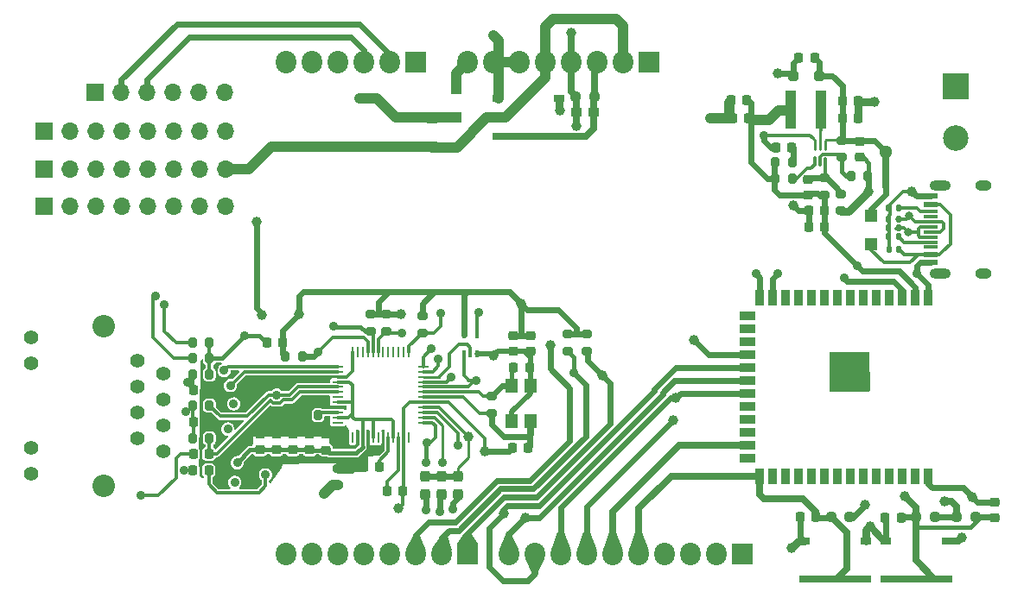
<source format=gbr>
%TF.GenerationSoftware,KiCad,Pcbnew,9.0.1*%
%TF.CreationDate,2025-04-25T09:38:52-03:00*%
%TF.ProjectId,A-NET,412d4e45-542e-46b6-9963-61645f706362,rev?*%
%TF.SameCoordinates,Original*%
%TF.FileFunction,Copper,L1,Top*%
%TF.FilePolarity,Positive*%
%FSLAX46Y46*%
G04 Gerber Fmt 4.6, Leading zero omitted, Abs format (unit mm)*
G04 Created by KiCad (PCBNEW 9.0.1) date 2025-04-25 09:38:52*
%MOMM*%
%LPD*%
G01*
G04 APERTURE LIST*
G04 Aperture macros list*
%AMRoundRect*
0 Rectangle with rounded corners*
0 $1 Rounding radius*
0 $2 $3 $4 $5 $6 $7 $8 $9 X,Y pos of 4 corners*
0 Add a 4 corners polygon primitive as box body*
4,1,4,$2,$3,$4,$5,$6,$7,$8,$9,$2,$3,0*
0 Add four circle primitives for the rounded corners*
1,1,$1+$1,$2,$3*
1,1,$1+$1,$4,$5*
1,1,$1+$1,$6,$7*
1,1,$1+$1,$8,$9*
0 Add four rect primitives between the rounded corners*
20,1,$1+$1,$2,$3,$4,$5,0*
20,1,$1+$1,$4,$5,$6,$7,0*
20,1,$1+$1,$6,$7,$8,$9,0*
20,1,$1+$1,$8,$9,$2,$3,0*%
G04 Aperture macros list end*
%TA.AperFunction,SMDPad,CuDef*%
%ADD10RoundRect,0.225000X0.225000X0.250000X-0.225000X0.250000X-0.225000X-0.250000X0.225000X-0.250000X0*%
%TD*%
%TA.AperFunction,SMDPad,CuDef*%
%ADD11RoundRect,0.218750X0.218750X0.256250X-0.218750X0.256250X-0.218750X-0.256250X0.218750X-0.256250X0*%
%TD*%
%TA.AperFunction,SMDPad,CuDef*%
%ADD12RoundRect,0.218750X-0.218750X-0.256250X0.218750X-0.256250X0.218750X0.256250X-0.218750X0.256250X0*%
%TD*%
%TA.AperFunction,SMDPad,CuDef*%
%ADD13RoundRect,0.225000X0.250000X-0.225000X0.250000X0.225000X-0.250000X0.225000X-0.250000X-0.225000X0*%
%TD*%
%TA.AperFunction,SMDPad,CuDef*%
%ADD14RoundRect,0.250000X-0.300000X0.300000X-0.300000X-0.300000X0.300000X-0.300000X0.300000X0.300000X0*%
%TD*%
%TA.AperFunction,SMDPad,CuDef*%
%ADD15RoundRect,0.200000X0.200000X0.275000X-0.200000X0.275000X-0.200000X-0.275000X0.200000X-0.275000X0*%
%TD*%
%TA.AperFunction,SMDPad,CuDef*%
%ADD16RoundRect,0.200000X-0.200000X-0.275000X0.200000X-0.275000X0.200000X0.275000X-0.200000X0.275000X0*%
%TD*%
%TA.AperFunction,SMDPad,CuDef*%
%ADD17RoundRect,0.200000X-0.275000X0.200000X-0.275000X-0.200000X0.275000X-0.200000X0.275000X0.200000X0*%
%TD*%
%TA.AperFunction,ComponentPad*%
%ADD18R,1.700000X1.700000*%
%TD*%
%TA.AperFunction,ComponentPad*%
%ADD19O,1.700000X1.700000*%
%TD*%
%TA.AperFunction,SMDPad,CuDef*%
%ADD20RoundRect,0.225000X-0.225000X-0.250000X0.225000X-0.250000X0.225000X0.250000X-0.225000X0.250000X0*%
%TD*%
%TA.AperFunction,SMDPad,CuDef*%
%ADD21R,1.100000X3.700000*%
%TD*%
%TA.AperFunction,SMDPad,CuDef*%
%ADD22RoundRect,0.237500X0.250000X0.237500X-0.250000X0.237500X-0.250000X-0.237500X0.250000X-0.237500X0*%
%TD*%
%TA.AperFunction,SMDPad,CuDef*%
%ADD23RoundRect,0.237500X0.237500X-0.287500X0.237500X0.287500X-0.237500X0.287500X-0.237500X-0.287500X0*%
%TD*%
%TA.AperFunction,SMDPad,CuDef*%
%ADD24R,1.000000X0.750000*%
%TD*%
%TA.AperFunction,SMDPad,CuDef*%
%ADD25RoundRect,0.237500X-0.250000X-0.237500X0.250000X-0.237500X0.250000X0.237500X-0.250000X0.237500X0*%
%TD*%
%TA.AperFunction,ComponentPad*%
%ADD26C,1.397000*%
%TD*%
%TA.AperFunction,ComponentPad*%
%ADD27C,2.209800*%
%TD*%
%TA.AperFunction,SMDPad,CuDef*%
%ADD28RoundRect,0.225000X-0.250000X0.225000X-0.250000X-0.225000X0.250000X-0.225000X0.250000X0.225000X0*%
%TD*%
%TA.AperFunction,SMDPad,CuDef*%
%ADD29R,1.200000X1.200000*%
%TD*%
%TA.AperFunction,SMDPad,CuDef*%
%ADD30RoundRect,0.200000X0.275000X-0.200000X0.275000X0.200000X-0.275000X0.200000X-0.275000X-0.200000X0*%
%TD*%
%TA.AperFunction,SMDPad,CuDef*%
%ADD31RoundRect,0.147500X-0.147500X-0.172500X0.147500X-0.172500X0.147500X0.172500X-0.147500X0.172500X0*%
%TD*%
%TA.AperFunction,SMDPad,CuDef*%
%ADD32R,1.200000X1.400000*%
%TD*%
%TA.AperFunction,SMDPad,CuDef*%
%ADD33RoundRect,0.100000X0.100000X-0.225000X0.100000X0.225000X-0.100000X0.225000X-0.100000X-0.225000X0*%
%TD*%
%TA.AperFunction,ComponentPad*%
%ADD34R,2.500000X2.500000*%
%TD*%
%TA.AperFunction,ComponentPad*%
%ADD35C,2.500000*%
%TD*%
%TA.AperFunction,SMDPad,CuDef*%
%ADD36RoundRect,0.237500X-0.300000X-0.237500X0.300000X-0.237500X0.300000X0.237500X-0.300000X0.237500X0*%
%TD*%
%TA.AperFunction,SMDPad,CuDef*%
%ADD37R,1.450000X0.600000*%
%TD*%
%TA.AperFunction,SMDPad,CuDef*%
%ADD38R,1.450000X0.300000*%
%TD*%
%TA.AperFunction,ComponentPad*%
%ADD39O,2.100000X1.000000*%
%TD*%
%TA.AperFunction,ComponentPad*%
%ADD40O,1.600000X1.000000*%
%TD*%
%TA.AperFunction,SMDPad,CuDef*%
%ADD41R,0.900000X1.500000*%
%TD*%
%TA.AperFunction,SMDPad,CuDef*%
%ADD42R,1.500000X0.900000*%
%TD*%
%TA.AperFunction,HeatsinkPad*%
%ADD43C,1.000000*%
%TD*%
%TA.AperFunction,HeatsinkPad*%
%ADD44C,0.600000*%
%TD*%
%TA.AperFunction,SMDPad,CuDef*%
%ADD45R,3.900000X3.900000*%
%TD*%
%TA.AperFunction,SMDPad,CuDef*%
%ADD46RoundRect,0.135000X0.135000X0.185000X-0.135000X0.185000X-0.135000X-0.185000X0.135000X-0.185000X0*%
%TD*%
%TA.AperFunction,SMDPad,CuDef*%
%ADD47RoundRect,0.250000X0.250000X0.250000X-0.250000X0.250000X-0.250000X-0.250000X0.250000X-0.250000X0*%
%TD*%
%TA.AperFunction,SMDPad,CuDef*%
%ADD48R,1.100000X0.285000*%
%TD*%
%TA.AperFunction,SMDPad,CuDef*%
%ADD49R,0.285000X1.100000*%
%TD*%
%TA.AperFunction,SMDPad,CuDef*%
%ADD50R,0.280000X1.100000*%
%TD*%
%TA.AperFunction,SMDPad,CuDef*%
%ADD51R,0.228600X0.609600*%
%TD*%
%TA.AperFunction,ComponentPad*%
%ADD52R,2.000000X2.000000*%
%TD*%
%TA.AperFunction,ComponentPad*%
%ADD53O,2.000000X2.200000*%
%TD*%
%TA.AperFunction,ViaPad*%
%ADD54C,1.000000*%
%TD*%
%TA.AperFunction,ViaPad*%
%ADD55C,3.100000*%
%TD*%
%TA.AperFunction,ViaPad*%
%ADD56C,0.900000*%
%TD*%
%TA.AperFunction,ViaPad*%
%ADD57C,0.800000*%
%TD*%
%TA.AperFunction,ViaPad*%
%ADD58C,1.300000*%
%TD*%
%TA.AperFunction,Conductor*%
%ADD59C,0.500000*%
%TD*%
%TA.AperFunction,Conductor*%
%ADD60C,0.650000*%
%TD*%
%TA.AperFunction,Conductor*%
%ADD61C,0.300000*%
%TD*%
%TA.AperFunction,Conductor*%
%ADD62C,1.000000*%
%TD*%
%TA.AperFunction,Conductor*%
%ADD63C,0.450000*%
%TD*%
%TA.AperFunction,Conductor*%
%ADD64C,0.600000*%
%TD*%
%TA.AperFunction,Conductor*%
%ADD65C,0.750000*%
%TD*%
%TA.AperFunction,Conductor*%
%ADD66C,0.250000*%
%TD*%
%TA.AperFunction,Conductor*%
%ADD67C,0.800000*%
%TD*%
%TA.AperFunction,Conductor*%
%ADD68C,1.200000*%
%TD*%
%TA.AperFunction,Conductor*%
%ADD69C,0.400000*%
%TD*%
%TA.AperFunction,Conductor*%
%ADD70C,0.700000*%
%TD*%
G04 APERTURE END LIST*
D10*
%TO.P,C10,1*%
%TO.N,VBAT*%
X175975000Y-79500000D03*
%TO.P,C10,2*%
%TO.N,GND*%
X174425000Y-79500000D03*
%TD*%
D11*
%TO.P,FB1,1,P$1*%
%TO.N,+3V3*%
X123886270Y-107475000D03*
%TO.P,FB1,2,P$2*%
%TO.N,AVDD*%
X122311270Y-107475000D03*
%TD*%
D12*
%TO.P,D4,1,K*%
%TO.N,GND*%
X172187500Y-88275000D03*
%TO.P,D4,2,A*%
%TO.N,Net-(D4-A)*%
X173762500Y-88275000D03*
%TD*%
D13*
%TO.P,C21,1,1*%
%TO.N,AVDD*%
X128098770Y-118000000D03*
%TO.P,C21,2,2*%
%TO.N,AGND*%
X128098770Y-116450000D03*
%TD*%
D14*
%TO.P,D1,1,K*%
%TO.N,+3V3*%
X138525000Y-85400000D03*
%TO.P,D1,2,A*%
%TO.N,+5V*%
X138525000Y-88200000D03*
%TD*%
D15*
%TO.P,R4,1*%
%TO.N,Net-(U1-PG)*%
X173805000Y-91380000D03*
%TO.P,R4,2*%
%TO.N,+3V3*%
X172155000Y-91380000D03*
%TD*%
D16*
%TO.P,R27,1,1*%
%TO.N,/Ethernet/TX+*%
X115050744Y-109007000D03*
%TO.P,R27,2,2*%
%TO.N,AVDD*%
X116700744Y-109007000D03*
%TD*%
D17*
%TO.P,R22,1,1*%
%TO.N,+3V3*%
X132498770Y-104675000D03*
%TO.P,R22,2,2*%
%TO.N,Net-(SJ2-A)*%
X132498770Y-106325000D03*
%TD*%
D10*
%TO.P,C18,1,1*%
%TO.N,Net-(U$1-TOCAP)*%
X133348770Y-119650000D03*
%TO.P,C18,2,2*%
%TO.N,AGND*%
X131798770Y-119650000D03*
%TD*%
D18*
%TO.P,J10,1,Pin_1*%
%TO.N,+3V3*%
X100500000Y-86675000D03*
D19*
%TO.P,J10,2,Pin_2*%
X103040000Y-86675000D03*
%TO.P,J10,3,Pin_3*%
X105580000Y-86675000D03*
%TO.P,J10,4,Pin_4*%
X108120000Y-86675000D03*
%TO.P,J10,5,Pin_5*%
X110660000Y-86675000D03*
%TO.P,J10,6,Pin_6*%
X113200000Y-86675000D03*
%TO.P,J10,7,Pin_7*%
X115740000Y-86675000D03*
%TO.P,J10,8,Pin_8*%
X118280000Y-86675000D03*
%TD*%
D20*
%TO.P,C1,1*%
%TO.N,VBAT*%
X178700000Y-83725000D03*
%TO.P,C1,2*%
%TO.N,GND*%
X180250000Y-83725000D03*
%TD*%
D21*
%TO.P,L1,1,1*%
%TO.N,Net-(U1-SW)*%
X176625000Y-84625000D03*
%TO.P,L1,2,2*%
%TO.N,+3V3*%
X173625000Y-84625000D03*
%TD*%
D17*
%TO.P,R15,1,1*%
%TO.N,Net-(U$1-XO)*%
X144320000Y-112725000D03*
%TO.P,R15,2,2*%
%TO.N,Net-(U$1-XI{slash}CLKIN)*%
X144320000Y-114375000D03*
%TD*%
D20*
%TO.P,C13,1,1*%
%TO.N,Net-(U$1-XO)*%
X146505000Y-109890000D03*
%TO.P,C13,2,2*%
%TO.N,GND*%
X148055000Y-109890000D03*
%TD*%
D22*
%TO.P,R30,1*%
%TO.N,/Archi/RUN*%
X154387500Y-83275000D03*
%TO.P,R30,2*%
%TO.N,+3V3*%
X152562500Y-83275000D03*
%TD*%
D20*
%TO.P,C24,1,1*%
%TO.N,Net-(J3-TCT)*%
X115100744Y-112107000D03*
%TO.P,C24,2,2*%
%TO.N,AGND*%
X116650744Y-112107000D03*
%TD*%
D23*
%TO.P,D10,1,K*%
%TO.N,Net-(D10-K)*%
X137850000Y-122325000D03*
%TO.P,D10,2,A*%
%TO.N,+3V3*%
X137850000Y-120575000D03*
%TD*%
D20*
%TO.P,C2,1*%
%TO.N,VBAT*%
X178725000Y-85425000D03*
%TO.P,C2,2*%
%TO.N,GND*%
X180275000Y-85425000D03*
%TD*%
D18*
%TO.P,J9,1,Pin_1*%
%TO.N,+5V*%
X100500000Y-90400000D03*
D19*
%TO.P,J9,2,Pin_2*%
X103040000Y-90400000D03*
%TO.P,J9,3,Pin_3*%
X105580000Y-90400000D03*
%TO.P,J9,4,Pin_4*%
X108120000Y-90400000D03*
%TO.P,J9,5,Pin_5*%
X110660000Y-90400000D03*
%TO.P,J9,6,Pin_6*%
X113200000Y-90400000D03*
%TO.P,J9,7,Pin_7*%
X115740000Y-90400000D03*
%TO.P,J9,8,Pin_8*%
X118280000Y-90400000D03*
%TD*%
D24*
%TO.P,U5,1*%
%TO.N,/Archi/RUN*%
X150975000Y-87225000D03*
X144975000Y-87225000D03*
%TO.P,U5,2*%
%TO.N,GND*%
X150975000Y-83475000D03*
X144975000Y-83475000D03*
%TD*%
D25*
%TO.P,R10,1*%
%TO.N,/MCU-WiFi/CHIP_PU*%
X185961270Y-124575000D03*
%TO.P,R10,2*%
%TO.N,+3V3*%
X187786270Y-124575000D03*
%TD*%
D20*
%TO.P,C27,1,1*%
%TO.N,Net-(J3-RD-)*%
X115075744Y-119982000D03*
%TO.P,C27,2,2*%
%TO.N,/Ethernet/RX-*%
X116625744Y-119982000D03*
%TD*%
D15*
%TO.P,R24,1,1*%
%TO.N,Net-(U$1-EXRES1)*%
X127348770Y-114575000D03*
%TO.P,R24,2,2*%
%TO.N,AGND*%
X125698770Y-114575000D03*
%TD*%
D26*
%TO.P,J3,1,TD+*%
%TO.N,/Ethernet/TX+*%
X109675000Y-109205000D03*
%TO.P,J3,2,TD-*%
%TO.N,/Ethernet/TX-*%
X112215000Y-110475000D03*
%TO.P,J3,3,RD+*%
%TO.N,Net-(J3-RD+)*%
X109675000Y-111745000D03*
%TO.P,J3,4,TCT*%
%TO.N,Net-(J3-TCT)*%
X112215000Y-113015000D03*
%TO.P,J3,5,RCT*%
%TO.N,Net-(J3-RCT)*%
X109675000Y-114285000D03*
%TO.P,J3,6,RD-*%
%TO.N,Net-(J3-RD-)*%
X112215000Y-115555000D03*
%TO.P,J3,7,NC*%
%TO.N,unconnected-(J3-NC-Pad7)*%
X109675000Y-116825000D03*
%TO.P,J3,8*%
%TO.N,GND*%
X112215000Y-118095000D03*
%TO.P,J3,9*%
%TO.N,+3V3*%
X99265000Y-106974999D03*
%TO.P,J3,10*%
%TO.N,/Ethernet/YELLOWLED*%
X99265064Y-109514999D03*
%TO.P,J3,11*%
%TO.N,/Ethernet/GREENLED*%
X99265064Y-117785001D03*
%TO.P,J3,12*%
%TO.N,+3V3*%
X99265000Y-120325001D03*
D27*
%TO.P,J3,13*%
%TO.N,N/C*%
X106374999Y-105800000D03*
%TO.P,J3,14*%
X106374999Y-121500000D03*
%TD*%
D13*
%TO.P,C22,1,1*%
%TO.N,AVDD*%
X121648770Y-117975000D03*
%TO.P,C22,2,2*%
%TO.N,AGND*%
X121648770Y-116425000D03*
%TD*%
D28*
%TO.P,C14,1,1*%
%TO.N,+3V3*%
X146449570Y-106743200D03*
%TO.P,C14,2,2*%
%TO.N,GND*%
X146449570Y-108293200D03*
%TD*%
D17*
%TO.P,R20,1*%
%TO.N,+3V3*%
X137559570Y-104839000D03*
%TO.P,R20,2*%
%TO.N,/Ethernet/RESET*%
X137559570Y-106489000D03*
%TD*%
D28*
%TO.P,C16,1,1*%
%TO.N,+3V3*%
X148151370Y-106768600D03*
%TO.P,C16,2,2*%
%TO.N,GND*%
X148151370Y-108318600D03*
%TD*%
D29*
%TO.P,D8,1,K*%
%TO.N,VBAT*%
X181526970Y-95018400D03*
%TO.P,D8,2,A*%
%TO.N,Net-(D5-A2)*%
X181526970Y-97818400D03*
%TD*%
D25*
%TO.P,R11,1*%
%TO.N,/MCU-WiFi/GPIO0*%
X177605472Y-124550000D03*
%TO.P,R11,2*%
%TO.N,+3V3*%
X179430472Y-124550000D03*
%TD*%
D20*
%TO.P,C26,1,1*%
%TO.N,Net-(J3-RCT)*%
X115100744Y-115232000D03*
%TO.P,C26,2,2*%
%TO.N,AGND*%
X116650744Y-115232000D03*
%TD*%
D22*
%TO.P,R7,1*%
%TO.N,/MCU-WiFi/CHIP_PU*%
X191753770Y-124550000D03*
%TO.P,R7,2*%
%TO.N,+3V3*%
X189928770Y-124550000D03*
%TD*%
D10*
%TO.P,C15,1,1*%
%TO.N,Net-(U$1-XI{slash}CLKIN)*%
X147891800Y-117779800D03*
%TO.P,C15,2,2*%
%TO.N,GND*%
X146341800Y-117779800D03*
%TD*%
D17*
%TO.P,R5,1*%
%TO.N,Net-(U1-FB)*%
X176961120Y-91317500D03*
%TO.P,R5,2*%
%TO.N,+3V3*%
X176961120Y-92967500D03*
%TD*%
D10*
%TO.P,C9,1*%
%TO.N,+3V3*%
X176973770Y-94525000D03*
%TO.P,C9,2*%
%TO.N,GND*%
X175423770Y-94525000D03*
%TD*%
D23*
%TO.P,D11,1,K*%
%TO.N,Net-(D11-K)*%
X139426230Y-122325000D03*
%TO.P,D11,2,A*%
%TO.N,+3V3*%
X139426230Y-120575000D03*
%TD*%
D13*
%TO.P,C20,1,1*%
%TO.N,AVDD*%
X123248770Y-117975000D03*
%TO.P,C20,2,2*%
%TO.N,AGND*%
X123248770Y-116425000D03*
%TD*%
D30*
%TO.P,R17,1,1*%
%TO.N,/Ethernet/INTN*%
X151808970Y-108292400D03*
%TO.P,R17,2,2*%
%TO.N,+3V3*%
X151808970Y-106642400D03*
%TD*%
D16*
%TO.P,R23,1,1*%
%TO.N,+3V3*%
X124123770Y-108825000D03*
%TO.P,R23,2,2*%
%TO.N,Net-(SJ3-A)*%
X125773770Y-108825000D03*
%TD*%
D31*
%TO.P,D6,1,A1*%
%TO.N,GND*%
X183225000Y-96180000D03*
%TO.P,D6,2,A2*%
%TO.N,/MCU-WiFi/D-*%
X184195000Y-96180000D03*
%TD*%
D32*
%TO.P,Y1,1,1*%
%TO.N,Net-(U$1-XO)*%
X146329400Y-111687200D03*
%TO.P,Y1,2,2*%
%TO.N,GND*%
X146329400Y-115187200D03*
%TO.P,Y1,3*%
%TO.N,Net-(U$1-XI{slash}CLKIN)*%
X148129400Y-115187200D03*
%TO.P,Y1,4*%
%TO.N,GND*%
X148129400Y-111687200D03*
%TD*%
D30*
%TO.P,R16,1,1*%
%TO.N,/Ethernet/CS*%
X153663170Y-108292400D03*
%TO.P,R16,2,2*%
%TO.N,+3V3*%
X153663170Y-106642400D03*
%TD*%
D33*
%TO.P,IC1,1,~{OE}*%
%TO.N,/Ethernet/CS*%
X141625000Y-108575000D03*
%TO.P,IC1,2,A*%
%TO.N,/Ethernet/MISO*%
X142275000Y-108575000D03*
%TO.P,IC1,3,GND*%
%TO.N,GND*%
X142925000Y-108575000D03*
%TO.P,IC1,4,Y*%
%TO.N,/Archi/MISO*%
X142925000Y-106675000D03*
%TO.P,IC1,5,VCC*%
%TO.N,+3V3*%
X141625000Y-106675000D03*
%TD*%
D20*
%TO.P,C25,1,1*%
%TO.N,Net-(J3-RD+)*%
X115100744Y-118382000D03*
%TO.P,C25,2,2*%
%TO.N,/Ethernet/RX+*%
X116650744Y-118382000D03*
%TD*%
D15*
%TO.P,R2,1*%
%TO.N,GND*%
X181205000Y-91080000D03*
%TO.P,R2,2*%
%TO.N,Net-(U1-EN)*%
X179555000Y-91080000D03*
%TD*%
D16*
%TO.P,R28,1,1*%
%TO.N,Net-(J3-RCT)*%
X115050744Y-113632000D03*
%TO.P,R28,2,2*%
%TO.N,/Ethernet/RX-*%
X116700744Y-113632000D03*
%TD*%
%TO.P,R6,1*%
%TO.N,+3V3*%
X172155000Y-89760000D03*
%TO.P,R6,2*%
%TO.N,Net-(D4-A)*%
X173805000Y-89760000D03*
%TD*%
D10*
%TO.P,C11,1*%
%TO.N,/MCU-WiFi/CHIP_PU*%
X184450000Y-124625000D03*
%TO.P,C11,2*%
%TO.N,GND*%
X182900000Y-124625000D03*
%TD*%
D34*
%TO.P,J1,1,Pin_1*%
%TO.N,GND*%
X189780000Y-82270000D03*
D35*
%TO.P,J1,2,Pin_2*%
%TO.N,VBAT*%
X189780000Y-87350000D03*
%TD*%
D30*
%TO.P,R1,1*%
%TO.N,Net-(U1-EN)*%
X178680000Y-89265000D03*
%TO.P,R1,2*%
%TO.N,VBAT*%
X178680000Y-87615000D03*
%TD*%
D13*
%TO.P,C7,1*%
%TO.N,/MCU-WiFi/CHIP_PU*%
X193668170Y-124625400D03*
%TO.P,C7,2*%
%TO.N,GND*%
X193668170Y-123075400D03*
%TD*%
D20*
%TO.P,C17,1,1*%
%TO.N,Net-(U$1-1V20)*%
X134099000Y-121996200D03*
%TO.P,C17,2,2*%
%TO.N,GND*%
X135649000Y-121996200D03*
%TD*%
D30*
%TO.P,R3,1*%
%TO.N,GND*%
X178523770Y-94525000D03*
%TO.P,R3,2*%
%TO.N,Net-(U1-FB)*%
X178523770Y-92875000D03*
%TD*%
D10*
%TO.P,C12,1*%
%TO.N,/MCU-WiFi/GPIO0*%
X176103770Y-124550000D03*
%TO.P,C12,2*%
%TO.N,GND*%
X174553770Y-124550000D03*
%TD*%
D17*
%TO.P,R21,1,1*%
%TO.N,+3V3*%
X134023770Y-104675000D03*
%TO.P,R21,2,2*%
%TO.N,Net-(SJ1-A)*%
X134023770Y-106325000D03*
%TD*%
D16*
%TO.P,R26,1,1*%
%TO.N,Net-(J3-RCT)*%
X115050744Y-116832000D03*
%TO.P,R26,2,2*%
%TO.N,/Ethernet/RX+*%
X116700744Y-116832000D03*
%TD*%
D10*
%TO.P,C6,1*%
%TO.N,+3V3*%
X169365000Y-83670000D03*
%TO.P,C6,2*%
%TO.N,GND*%
X167815000Y-83670000D03*
%TD*%
D36*
%TO.P,C28,1*%
%TO.N,+3V3*%
X152628770Y-84830000D03*
%TO.P,C28,2*%
%TO.N,/Archi/RUN*%
X154353770Y-84830000D03*
%TD*%
D10*
%TO.P,C5,1*%
%TO.N,+3V3*%
X169486270Y-85425000D03*
%TO.P,C5,2*%
%TO.N,GND*%
X167936270Y-85425000D03*
%TD*%
D37*
%TO.P,J2,A1,GND*%
%TO.N,GND*%
X187398770Y-99590000D03*
%TO.P,J2,A4,VBUS*%
%TO.N,Net-(D5-A2)*%
X187398770Y-98790000D03*
D38*
%TO.P,J2,A5,CC1*%
%TO.N,Net-(J2-CC1)*%
X187398770Y-97590000D03*
%TO.P,J2,A6,D+*%
%TO.N,/MCU-WiFi/D+*%
X187398770Y-96590000D03*
%TO.P,J2,A7,D-*%
%TO.N,/MCU-WiFi/D-*%
X187398770Y-96090000D03*
%TO.P,J2,A8,SBU1*%
%TO.N,unconnected-(J2-SBU1-PadA8)*%
X187398770Y-95090000D03*
D37*
%TO.P,J2,A9,VBUS*%
%TO.N,Net-(D5-A2)*%
X187398770Y-93890000D03*
%TO.P,J2,A12,GND*%
%TO.N,GND*%
X187398770Y-93090000D03*
%TO.P,J2,B1,GND*%
X187398770Y-93090000D03*
%TO.P,J2,B4,VBUS*%
%TO.N,Net-(D5-A2)*%
X187398770Y-93890000D03*
D38*
%TO.P,J2,B5,CC2*%
%TO.N,Net-(J2-CC2)*%
X187398770Y-94590000D03*
%TO.P,J2,B6,D+*%
%TO.N,/MCU-WiFi/D+*%
X187398770Y-95590000D03*
%TO.P,J2,B7,D-*%
%TO.N,/MCU-WiFi/D-*%
X187398770Y-97090000D03*
%TO.P,J2,B8,SBU2*%
%TO.N,unconnected-(J2-SBU2-PadB8)*%
X187398770Y-98090000D03*
D37*
%TO.P,J2,B9,VBUS*%
%TO.N,Net-(D5-A2)*%
X187398770Y-98790000D03*
%TO.P,J2,B12,GND*%
%TO.N,GND*%
X187398770Y-99590000D03*
D39*
%TO.P,J2,S1,SHIELD*%
X188313770Y-100660000D03*
D40*
X192493770Y-100660000D03*
D39*
X188313770Y-92020000D03*
D40*
X192493770Y-92020000D03*
%TD*%
D31*
%TO.P,D7,1,A1*%
%TO.N,GND*%
X183245000Y-95300000D03*
%TO.P,D7,2,A2*%
%TO.N,/MCU-WiFi/D+*%
X184215000Y-95300000D03*
%TD*%
D16*
%TO.P,R25,1,1*%
%TO.N,/Ethernet/TX-*%
X115025744Y-107482000D03*
%TO.P,R25,2,2*%
%TO.N,AVDD*%
X116675744Y-107482000D03*
%TD*%
D41*
%TO.P,U2,1,GND*%
%TO.N,GND*%
X187143770Y-103050000D03*
%TO.P,U2,2,3V3*%
%TO.N,+3V3*%
X185873770Y-103050000D03*
%TO.P,U2,3,EN*%
%TO.N,/MCU-WiFi/CHIP_PU*%
X184603770Y-103050000D03*
%TO.P,U2,4,IO4*%
%TO.N,unconnected-(U2-IO4-Pad4)*%
X183333770Y-103050000D03*
%TO.P,U2,5,IO5*%
%TO.N,unconnected-(U2-IO5-Pad5)*%
X182063770Y-103050000D03*
%TO.P,U2,6,IO6*%
%TO.N,unconnected-(U2-IO6-Pad6)*%
X180793770Y-103050000D03*
%TO.P,U2,7,IO7*%
%TO.N,unconnected-(U2-IO7-Pad7)*%
X179523770Y-103050000D03*
%TO.P,U2,8,IO15*%
%TO.N,unconnected-(U2-IO15-Pad8)*%
X178253770Y-103050000D03*
%TO.P,U2,9,IO16*%
%TO.N,unconnected-(U2-IO16-Pad9)*%
X176983770Y-103050000D03*
%TO.P,U2,10,IO17*%
%TO.N,unconnected-(U2-IO17-Pad10)*%
X175713770Y-103050000D03*
%TO.P,U2,11,IO18*%
%TO.N,unconnected-(U2-IO18-Pad11)*%
X174443770Y-103050000D03*
%TO.P,U2,12,IO8*%
%TO.N,unconnected-(U2-IO8-Pad12)*%
X173173770Y-103050000D03*
%TO.P,U2,13,IO19*%
%TO.N,/MCU-WiFi/D-*%
X171903770Y-103050000D03*
%TO.P,U2,14,IO20*%
%TO.N,/MCU-WiFi/D+*%
X170633770Y-103050000D03*
D42*
%TO.P,U2,15,IO3*%
%TO.N,unconnected-(U2-IO3-Pad15)*%
X169383770Y-104815000D03*
%TO.P,U2,16,IO46*%
%TO.N,unconnected-(U2-IO46-Pad16)*%
X169383770Y-106085000D03*
%TO.P,U2,17,IO9*%
%TO.N,unconnected-(U2-IO9-Pad17)*%
X169383770Y-107355000D03*
%TO.P,U2,18,IO10*%
%TO.N,/Archi/CS1*%
X169383770Y-108625000D03*
%TO.P,U2,19,IO11*%
%TO.N,/Ethernet/MOSI*%
X169383770Y-109895000D03*
%TO.P,U2,20,IO12*%
%TO.N,/Ethernet/SCK*%
X169383770Y-111165000D03*
%TO.P,U2,21,IO13*%
%TO.N,/Archi/MISO*%
X169383770Y-112435000D03*
%TO.P,U2,22,IO14*%
%TO.N,unconnected-(U2-IO14-Pad22)*%
X169383770Y-113705000D03*
%TO.P,U2,23,IO21*%
%TO.N,unconnected-(U2-IO21-Pad23)*%
X169383770Y-114975000D03*
%TO.P,U2,24,IO47*%
%TO.N,unconnected-(U2-IO47-Pad24)*%
X169383770Y-116245000D03*
%TO.P,U2,25,IO48*%
%TO.N,/Archi/READY*%
X169383770Y-117515000D03*
%TO.P,U2,26,IO45*%
%TO.N,unconnected-(U2-IO45-Pad26)*%
X169383770Y-118785000D03*
D41*
%TO.P,U2,27,IO0*%
%TO.N,/MCU-WiFi/GPIO0*%
X170633770Y-120550000D03*
%TO.P,U2,28,IO35*%
%TO.N,unconnected-(U2-IO35-Pad28)*%
X171903770Y-120550000D03*
%TO.P,U2,29,IO36*%
%TO.N,unconnected-(U2-IO36-Pad29)*%
X173173770Y-120550000D03*
%TO.P,U2,30,IO37*%
%TO.N,unconnected-(U2-IO37-Pad30)*%
X174443770Y-120550000D03*
%TO.P,U2,31,IO38*%
%TO.N,unconnected-(U2-IO38-Pad31)*%
X175713770Y-120550000D03*
%TO.P,U2,32,IO39*%
%TO.N,unconnected-(U2-IO39-Pad32)*%
X176983770Y-120550000D03*
%TO.P,U2,33,IO40*%
%TO.N,unconnected-(U2-IO40-Pad33)*%
X178253770Y-120550000D03*
%TO.P,U2,34,IO41*%
%TO.N,unconnected-(U2-IO41-Pad34)*%
X179523770Y-120550000D03*
%TO.P,U2,35,IO42*%
%TO.N,unconnected-(U2-IO42-Pad35)*%
X180793770Y-120550000D03*
%TO.P,U2,36,RXD0*%
%TO.N,unconnected-(U2-RXD0-Pad36)*%
X182063770Y-120550000D03*
%TO.P,U2,37,TXD0*%
%TO.N,unconnected-(U2-TXD0-Pad37)*%
X183333770Y-120550000D03*
%TO.P,U2,38,IO2*%
%TO.N,unconnected-(U2-IO2-Pad38)*%
X184603770Y-120550000D03*
%TO.P,U2,39,IO1*%
%TO.N,unconnected-(U2-IO1-Pad39)*%
X185873770Y-120550000D03*
%TO.P,U2,40,GND*%
%TO.N,GND*%
X187143770Y-120550000D03*
D43*
%TO.P,U2,41,GND*%
X180123770Y-108900000D03*
X178723770Y-108900000D03*
X180823770Y-109600000D03*
D44*
X179423770Y-109600000D03*
D43*
X178023770Y-109600000D03*
D44*
X180123770Y-110300000D03*
D45*
X179423770Y-110300000D03*
D44*
X178723770Y-110300000D03*
D43*
X180823770Y-111000000D03*
D44*
X179423770Y-111000000D03*
D43*
X178023770Y-111000000D03*
X180123770Y-111700000D03*
X178723770Y-111700000D03*
%TD*%
D46*
%TO.P,R9,1*%
%TO.N,Net-(J2-CC1)*%
X184210000Y-97025000D03*
%TO.P,R9,2*%
%TO.N,GND*%
X183190000Y-97025000D03*
%TD*%
D10*
%TO.P,C8,1*%
%TO.N,+3V3*%
X176973770Y-96075000D03*
%TO.P,C8,2*%
%TO.N,GND*%
X175423770Y-96075000D03*
%TD*%
D13*
%TO.P,C19,1,1*%
%TO.N,AVDD*%
X124848770Y-117975000D03*
%TO.P,C19,2,2*%
%TO.N,AGND*%
X124848770Y-116425000D03*
%TD*%
D24*
%TO.P,U4,1*%
%TO.N,GND*%
X175000000Y-126925000D03*
X181000000Y-126925000D03*
%TO.P,U4,2*%
%TO.N,/MCU-WiFi/GPIO0*%
X175000000Y-130675000D03*
X181000000Y-130675000D03*
%TD*%
D16*
%TO.P,R29,1,1*%
%TO.N,Net-(J3-TCT)*%
X115050744Y-110557000D03*
%TO.P,R29,2,2*%
%TO.N,AVDD*%
X116700744Y-110557000D03*
%TD*%
D47*
%TO.P,D3,1,A1*%
%TO.N,VBAT*%
X176400000Y-81275000D03*
%TO.P,D3,2,A2*%
%TO.N,GND*%
X173900000Y-81275000D03*
%TD*%
D30*
%TO.P,FB2,1,P$1*%
%TO.N,GND*%
X129313770Y-121425000D03*
%TO.P,FB2,2,P$2*%
%TO.N,AGND*%
X129313770Y-119775000D03*
%TD*%
D28*
%TO.P,C4,1*%
%TO.N,Net-(U1-FB)*%
X175376420Y-91455000D03*
%TO.P,C4,2*%
%TO.N,+3V3*%
X175376420Y-93005000D03*
%TD*%
D14*
%TO.P,D2,1,K*%
%TO.N,VIN*%
X140875000Y-82575000D03*
%TO.P,D2,2,A*%
%TO.N,+3V3*%
X140875000Y-85375000D03*
%TD*%
D48*
%TO.P,U$1,1,TXN*%
%TO.N,/Ethernet/TX-*%
X129273770Y-109800000D03*
%TO.P,U$1,2,TXP*%
%TO.N,/Ethernet/TX+*%
X129273770Y-110300000D03*
%TO.P,U$1,3,AGND@1*%
%TO.N,AGND*%
X129273770Y-110800000D03*
%TO.P,U$1,4,AVDD@1*%
%TO.N,AVDD*%
X129273770Y-111300000D03*
%TO.P,U$1,5,RXN*%
%TO.N,/Ethernet/RX-*%
X129273770Y-111800000D03*
%TO.P,U$1,6,RXP*%
%TO.N,Net-(U$1-RXP)*%
X129273770Y-112300000D03*
%TO.P,U$1,7,DNC*%
%TO.N,unconnected-(U$1-DNC-Pad7)*%
X129273770Y-112800000D03*
%TO.P,U$1,8,AVDD@2*%
%TO.N,AVDD*%
X129273770Y-113300000D03*
%TO.P,U$1,9,AGND@2*%
%TO.N,AGND*%
X129273770Y-113800000D03*
%TO.P,U$1,10,EXRES1*%
%TO.N,Net-(U$1-EXRES1)*%
X129273770Y-114300000D03*
%TO.P,U$1,11,AVDD@3*%
%TO.N,AVDD*%
X129273770Y-114800000D03*
%TO.P,U$1,12,NC@1*%
%TO.N,unconnected-(U$1-NC@1-Pad12)*%
X129273770Y-115300000D03*
D49*
%TO.P,U$1,13,NC@2*%
%TO.N,unconnected-(U$1-NC@2-Pad13)*%
X130723770Y-116750000D03*
%TO.P,U$1,14,AGND@4*%
%TO.N,AGND*%
X131223770Y-116750000D03*
%TO.P,U$1,15,AVDD@4*%
%TO.N,AVDD*%
X131723770Y-116750000D03*
%TO.P,U$1,16,AGND@5*%
%TO.N,AGND*%
X132223770Y-116750000D03*
%TO.P,U$1,17,AVDD@5*%
%TO.N,AVDD*%
X132723770Y-116750000D03*
%TO.P,U$1,18,VBG*%
%TO.N,unconnected-(U$1-VBG-Pad18)*%
X133223770Y-116750000D03*
%TO.P,U$1,19,AGND@6*%
%TO.N,AGND*%
X133723770Y-116750000D03*
%TO.P,U$1,20,TOCAP*%
%TO.N,Net-(U$1-TOCAP)*%
X134223770Y-116750000D03*
%TO.P,U$1,21,AVDD@6*%
%TO.N,AVDD*%
X134723770Y-116750000D03*
%TO.P,U$1,22,1V20*%
%TO.N,Net-(U$1-1V20)*%
X135223770Y-116750000D03*
%TO.P,U$1,23,RSVD(GND)*%
%TO.N,GND*%
X135723770Y-116750000D03*
%TO.P,U$1,24,SPDLED*%
%TO.N,unconnected-(U$1-SPDLED-Pad24)*%
X136223770Y-116750000D03*
D48*
%TO.P,U$1,25,LINKLED*%
%TO.N,/Ethernet/LINKLED*%
X137673770Y-115300000D03*
%TO.P,U$1,26,DUPLED*%
%TO.N,/Ethernet/DUPLED*%
X137673770Y-114800000D03*
%TO.P,U$1,27,ACTLED*%
%TO.N,/Ethernet/ACTLED*%
X137673770Y-114300000D03*
%TO.P,U$1,28,VDD*%
%TO.N,+3V3*%
X137673770Y-113800000D03*
%TO.P,U$1,29,GND*%
%TO.N,GND*%
X137673770Y-113300000D03*
%TO.P,U$1,30,XI/CLKIN*%
%TO.N,Net-(U$1-XI{slash}CLKIN)*%
X137673770Y-112800000D03*
%TO.P,U$1,31,XO*%
%TO.N,Net-(U$1-XO)*%
X137673770Y-112300000D03*
%TO.P,U$1,32,SCSN*%
%TO.N,/Ethernet/CS*%
X137673770Y-111800000D03*
%TO.P,U$1,33,SCK*%
%TO.N,/Ethernet/SCK*%
X137673770Y-111300000D03*
%TO.P,U$1,34,MISO*%
%TO.N,/Ethernet/MISO*%
X137673770Y-110800000D03*
%TO.P,U$1,35,MOSI*%
%TO.N,/Ethernet/MOSI*%
X137673770Y-110300000D03*
%TO.P,U$1,36,INTN*%
%TO.N,/Ethernet/INTN*%
X137673770Y-109800000D03*
D49*
%TO.P,U$1,37,RSTN*%
%TO.N,/Ethernet/RESET*%
X136223770Y-108350000D03*
%TO.P,U$1,38,RSVD@2*%
%TO.N,unconnected-(U$1-RSVD@2-Pad38)*%
X135723770Y-108350000D03*
%TO.P,U$1,39,RSVD@3*%
%TO.N,unconnected-(U$1-RSVD@3-Pad39)*%
X135223770Y-108350000D03*
%TO.P,U$1,40,RSVD@4*%
%TO.N,unconnected-(U$1-RSVD@4-Pad40)*%
X134723770Y-108350000D03*
%TO.P,U$1,41,RSVD@5*%
%TO.N,unconnected-(U$1-RSVD@5-Pad41)*%
X134223770Y-108350000D03*
%TO.P,U$1,42,RSVD@6*%
%TO.N,unconnected-(U$1-RSVD@6-Pad42)*%
X133723770Y-108350000D03*
%TO.P,U$1,43,PMODE2*%
%TO.N,Net-(SJ1-A)*%
X133223770Y-108350000D03*
%TO.P,U$1,44,PMODE1*%
%TO.N,Net-(SJ2-A)*%
X132723770Y-108350000D03*
%TO.P,U$1,45,PMODE0*%
%TO.N,Net-(SJ3-A)*%
X132223770Y-108350000D03*
%TO.P,U$1,46,NC@3*%
%TO.N,unconnected-(U$1-NC@3-Pad46)*%
X131723770Y-108350000D03*
%TO.P,U$1,47,NC@4*%
%TO.N,unconnected-(U$1-NC@4-Pad47)*%
X131223770Y-108350000D03*
D50*
%TO.P,U$1,48,AGND@7*%
%TO.N,AGND*%
X130723770Y-108350000D03*
%TD*%
D23*
%TO.P,D9,1,K*%
%TO.N,Net-(D9-K)*%
X141051230Y-122325000D03*
%TO.P,D9,2,A*%
%TO.N,+3V3*%
X141051230Y-120575000D03*
%TD*%
D13*
%TO.P,C23,1,1*%
%TO.N,AVDD*%
X126498770Y-117975000D03*
%TO.P,C23,2,2*%
%TO.N,AGND*%
X126498770Y-116425000D03*
%TD*%
D31*
%TO.P,D5,1,A1*%
%TO.N,GND*%
X183282500Y-98300000D03*
%TO.P,D5,2,A2*%
%TO.N,Net-(D5-A2)*%
X184252500Y-98300000D03*
%TD*%
D51*
%TO.P,U1,1,VIN*%
%TO.N,VBAT*%
X177011372Y-88170000D03*
%TO.P,U1,2,SW*%
%TO.N,Net-(U1-SW)*%
X176511246Y-88170000D03*
%TO.P,U1,3,GND*%
%TO.N,GND*%
X176011120Y-88170000D03*
%TO.P,U1,4,PG*%
%TO.N,Net-(U1-PG)*%
X176011120Y-89668600D03*
%TO.P,U1,5,EN*%
%TO.N,Net-(U1-EN)*%
X176511246Y-89668600D03*
%TO.P,U1,6,FB*%
%TO.N,Net-(U1-FB)*%
X177011372Y-89668600D03*
%TD*%
D24*
%TO.P,U3,1*%
%TO.N,GND*%
X182948770Y-126900000D03*
X188948770Y-126900000D03*
%TO.P,U3,2*%
%TO.N,/MCU-WiFi/CHIP_PU*%
X182948770Y-130650000D03*
X188948770Y-130650000D03*
%TD*%
D46*
%TO.P,R8,1*%
%TO.N,Net-(J2-CC2)*%
X184255000Y-94275000D03*
%TO.P,R8,2*%
%TO.N,GND*%
X183235000Y-94275000D03*
%TD*%
D18*
%TO.P,J11,1,Pin_1*%
%TO.N,Net-(J11-Pin_1)*%
X105520000Y-82900000D03*
D19*
%TO.P,J11,2,Pin_2*%
%TO.N,Net-(J11-Pin_2)*%
X108060000Y-82900000D03*
%TO.P,J11,3,Pin_3*%
%TO.N,Net-(J11-Pin_3)*%
X110600000Y-82900000D03*
%TO.P,J11,4,Pin_4*%
%TO.N,Net-(J11-Pin_4)*%
X113140000Y-82900000D03*
%TO.P,J11,5,Pin_5*%
%TO.N,Net-(J11-Pin_5)*%
X115680000Y-82900000D03*
%TO.P,J11,6,Pin_6*%
%TO.N,Net-(J11-Pin_6)*%
X118220000Y-82900000D03*
%TD*%
D28*
%TO.P,C3,1*%
%TO.N,VBAT*%
X180391120Y-87715000D03*
%TO.P,C3,2*%
%TO.N,GND*%
X180391120Y-89265000D03*
%TD*%
D18*
%TO.P,J8,1,Pin_1*%
%TO.N,GND*%
X100500000Y-94075000D03*
D19*
%TO.P,J8,2,Pin_2*%
X103040000Y-94075000D03*
%TO.P,J8,3,Pin_3*%
X105580000Y-94075000D03*
%TO.P,J8,4,Pin_4*%
X108120000Y-94075000D03*
%TO.P,J8,5,Pin_5*%
X110660000Y-94075000D03*
%TO.P,J8,6,Pin_6*%
X113200000Y-94075000D03*
%TO.P,J8,7,Pin_7*%
X115740000Y-94075000D03*
%TO.P,J8,8,Pin_8*%
X118280000Y-94075000D03*
%TD*%
D52*
%TO.P,J5,1,Pin_1*%
%TO.N,Net-(J11-Pin_1)*%
X136906648Y-79903207D03*
D53*
%TO.P,J5,2,Pin_2*%
%TO.N,Net-(J11-Pin_2)*%
X134366648Y-79903207D03*
%TO.P,J5,3,Pin_3*%
%TO.N,Net-(J11-Pin_3)*%
X131826648Y-79903207D03*
%TO.P,J5,4,Pin_4*%
%TO.N,Net-(J11-Pin_4)*%
X129286648Y-79903207D03*
%TO.P,J5,5,Pin_5*%
%TO.N,Net-(J11-Pin_5)*%
X126746648Y-79903207D03*
%TO.P,J5,6,Pin_6*%
%TO.N,Net-(J11-Pin_6)*%
X124206648Y-79903207D03*
%TD*%
D52*
%TO.P,J4,1,Pin_1*%
%TO.N,unconnected-(J4-Pin_1-Pad1)*%
X159766648Y-79903207D03*
D53*
%TO.P,J4,2,Pin_2*%
%TO.N,+5V*%
X157226648Y-79903207D03*
%TO.P,J4,3,Pin_3*%
%TO.N,/Archi/RUN*%
X154686648Y-79903207D03*
%TO.P,J4,4,Pin_4*%
%TO.N,+3V3*%
X152146648Y-79903207D03*
%TO.P,J4,5,Pin_5*%
%TO.N,+5V*%
X149606648Y-79903207D03*
%TO.P,J4,6,Pin_6*%
%TO.N,GND*%
X147066648Y-79903207D03*
%TO.P,J4,7,Pin_7*%
X144526648Y-79903207D03*
%TO.P,J4,8,Pin_8*%
%TO.N,VIN*%
X141986648Y-79903207D03*
%TD*%
D52*
%TO.P,J7,1,Pin_1*%
%TO.N,/Ethernet/CS*%
X141986648Y-128163207D03*
D53*
%TO.P,J7,2,Pin_2*%
%TO.N,/Ethernet/INTN*%
X139446648Y-128163207D03*
%TO.P,J7,3,Pin_3*%
%TO.N,/Ethernet/RESET*%
X136906648Y-128163207D03*
%TO.P,J7,4,Pin_4*%
%TO.N,unconnected-(J7-Pin_4-Pad4)*%
X134366648Y-128163207D03*
%TO.P,J7,5,Pin_5*%
%TO.N,unconnected-(J7-Pin_5-Pad5)*%
X131826648Y-128163207D03*
%TO.P,J7,6,Pin_6*%
%TO.N,unconnected-(J7-Pin_6-Pad6)*%
X129286648Y-128163207D03*
%TO.P,J7,7,Pin_7*%
%TO.N,unconnected-(J7-Pin_7-Pad7)*%
X126746648Y-128163207D03*
%TO.P,J7,8,Pin_8*%
%TO.N,unconnected-(J7-Pin_8-Pad8)*%
X124206648Y-128163207D03*
%TD*%
D52*
%TO.P,J6,1,Pin_1*%
%TO.N,unconnected-(J6-Pin_1-Pad1)*%
X168910648Y-128163207D03*
D53*
%TO.P,J6,2,Pin_2*%
%TO.N,unconnected-(J6-Pin_2-Pad2)*%
X166370648Y-128163207D03*
%TO.P,J6,3,Pin_3*%
%TO.N,unconnected-(J6-Pin_3-Pad3)*%
X163830648Y-128163207D03*
%TO.P,J6,4,Pin_4*%
%TO.N,GND*%
X161290648Y-128163207D03*
%TO.P,J6,5,Pin_5*%
%TO.N,/MCU-WiFi/GPIO0*%
X158750648Y-128163207D03*
%TO.P,J6,6,Pin_6*%
%TO.N,/Archi/READY*%
X156210648Y-128163207D03*
%TO.P,J6,7,Pin_7*%
%TO.N,/Archi/CS1*%
X153670648Y-128163207D03*
%TO.P,J6,8,Pin_8*%
%TO.N,/Archi/MISO*%
X151130648Y-128163207D03*
%TO.P,J6,9,Pin_9*%
%TO.N,/Ethernet/MOSI*%
X148590648Y-128163207D03*
%TO.P,J6,10,Pin_10*%
%TO.N,/Ethernet/SCK*%
X146050648Y-128163207D03*
%TD*%
D54*
%TO.N,GND*%
X181400000Y-125450000D03*
X165778970Y-85425000D03*
X191423770Y-122575000D03*
X173750000Y-127600000D03*
D55*
X179423770Y-110300000D03*
D54*
X144526000Y-77317600D03*
X143663770Y-118084600D03*
D56*
X119176800Y-121158000D03*
D54*
X127923770Y-122250000D03*
D56*
X171050000Y-87110000D03*
D54*
X151000000Y-84650000D03*
X172400000Y-81025000D03*
X185528770Y-92645000D03*
D56*
X186048170Y-100660200D03*
D54*
X173923770Y-94000000D03*
X144519170Y-108712000D03*
X181875000Y-83800000D03*
D56*
X118491000Y-115925600D03*
D54*
X135248170Y-123723400D03*
X190375000Y-126575000D03*
X181292500Y-92650000D03*
D56*
X119075200Y-113461800D03*
%TO.N,AVDD*%
X119423970Y-119227600D03*
X120160570Y-106756200D03*
D54*
%TO.N,+3V3*%
X142106170Y-116713000D03*
D56*
X180153200Y-99913200D03*
D54*
X188723770Y-122990000D03*
X125448770Y-104675000D03*
X131440000Y-83460000D03*
X152146648Y-77030722D03*
X171523770Y-85625000D03*
X147269200Y-103657400D03*
X152623770Y-86175000D03*
X135423770Y-104675000D03*
X180923770Y-123400000D03*
D56*
%TO.N,/MCU-WiFi/D-*%
X172411270Y-100712500D03*
D57*
X185184570Y-96621600D03*
D56*
%TO.N,/MCU-WiFi/D+*%
X170248770Y-100700000D03*
D57*
X185260770Y-94996000D03*
D56*
%TO.N,Net-(J3-TCT)*%
X114528600Y-111328200D03*
%TO.N,Net-(J3-RD+)*%
X109982000Y-122428000D03*
%TO.N,Net-(J3-RCT)*%
X114385600Y-114233200D03*
D54*
%TO.N,Net-(SJ1-A)*%
X121361200Y-95631000D03*
D56*
X135578370Y-106553000D03*
D54*
X121811570Y-104698800D03*
D56*
%TO.N,Net-(SJ2-A)*%
X128823770Y-105820000D03*
%TO.N,Net-(SJ3-A)*%
X127373770Y-108400000D03*
%TO.N,/Ethernet/ACTLED*%
X141058732Y-117482986D03*
%TO.N,/Ethernet/LINKLED*%
X138000000Y-117275000D03*
X137875000Y-119175000D03*
%TO.N,/Ethernet/DUPLED*%
X139550000Y-119250000D03*
%TO.N,Net-(J3-RD-)*%
X114211000Y-119989600D03*
%TO.N,Net-(D9-K)*%
X140575000Y-123800000D03*
D58*
%TO.N,VBAT*%
X182923770Y-88700000D03*
D56*
%TO.N,/MCU-WiFi/CHIP_PU*%
X178880000Y-101120000D03*
D54*
X184819185Y-122495415D03*
D56*
%TO.N,/Archi/MISO*%
X143122170Y-104470200D03*
D54*
X162427490Y-112897490D03*
D56*
%TO.N,/Ethernet/CS*%
X142842770Y-111150000D03*
D54*
X155194000Y-110667800D03*
D56*
%TO.N,/Ethernet/RX-*%
X123284770Y-112572800D03*
X122192570Y-120421400D03*
%TO.N,/Ethernet/SCK*%
X140404370Y-110845600D03*
D54*
X147624800Y-124619400D03*
%TO.N,/Archi/CS1*%
X164178770Y-107188000D03*
X162146770Y-115087400D03*
D56*
%TO.N,/Ethernet/MOSI*%
X139120000Y-109080000D03*
D54*
X145565428Y-124204028D03*
D56*
%TO.N,/Ethernet/INTN*%
X152418708Y-110413938D03*
X138460000Y-108080200D03*
D54*
%TO.N,/Ethernet/RESET*%
X150107170Y-107721400D03*
D56*
X139388370Y-104546400D03*
%TO.N,Net-(D10-K)*%
X137900000Y-123875000D03*
%TO.N,Net-(D11-K)*%
X139300000Y-124025000D03*
%TO.N,/Ethernet/TX+*%
X111400000Y-102875000D03*
X118745000Y-111658400D03*
%TO.N,/Ethernet/TX-*%
X118135400Y-110185200D03*
X112256256Y-103700000D03*
%TD*%
D59*
%TO.N,GND*%
X146329400Y-114249200D02*
X148151370Y-112427230D01*
D60*
X188948770Y-126900000D02*
X190050000Y-126900000D01*
D61*
X184639970Y-92645000D02*
X183355370Y-93929600D01*
D62*
X167673770Y-85425000D02*
X167633170Y-85384400D01*
D63*
X181292500Y-89802500D02*
X181292500Y-91080000D01*
D61*
X171050000Y-87110000D02*
X175520570Y-87110000D01*
X183325770Y-94924000D02*
X183355370Y-94894400D01*
D59*
X147015200Y-108293200D02*
X144937970Y-108293200D01*
D61*
X183315000Y-98300000D02*
X183325000Y-98290000D01*
D64*
X182928770Y-126880000D02*
X182928770Y-124570000D01*
X171690000Y-88300000D02*
X172105000Y-88300000D01*
D59*
X147529370Y-108293200D02*
X147015200Y-108293200D01*
D64*
X191423770Y-122575000D02*
X191937170Y-123088400D01*
D65*
X181400000Y-125450000D02*
X181000000Y-125850000D01*
D64*
X186048170Y-100660200D02*
X187143770Y-101755800D01*
X173900000Y-81275000D02*
X173900000Y-80025000D01*
X146341800Y-117779800D02*
X146037000Y-118084600D01*
D66*
X180325000Y-83800000D02*
X180250000Y-83725000D01*
D61*
X183331070Y-97644470D02*
X183331070Y-95911300D01*
D66*
X148129400Y-109896230D02*
X148113570Y-109880400D01*
D60*
X181400000Y-125450000D02*
X182830000Y-126880000D01*
D64*
X186048170Y-100660200D02*
X186048170Y-99923600D01*
D62*
X167633170Y-85384400D02*
X167633170Y-83928100D01*
D64*
X185973770Y-93090000D02*
X187398770Y-93090000D01*
D59*
X148158200Y-112420400D02*
X148158200Y-111716000D01*
X147015200Y-108293200D02*
X146449570Y-108293200D01*
D61*
X135649000Y-123322570D02*
X135649000Y-121996200D01*
D65*
X151000000Y-84650000D02*
X150975000Y-84625000D01*
D64*
X186381770Y-99590000D02*
X187398770Y-99590000D01*
D61*
X143663770Y-118084600D02*
X143866970Y-118287800D01*
D59*
X144937970Y-108293200D02*
X144656170Y-108575000D01*
X148158200Y-112420400D02*
X148158200Y-109925030D01*
D61*
X183325000Y-98290000D02*
X183325000Y-97738400D01*
X175520570Y-87110000D02*
X175811970Y-87401400D01*
D59*
X144656170Y-108575000D02*
X142925000Y-108575000D01*
D64*
X174553770Y-124550000D02*
X174553770Y-126478770D01*
D62*
X165778970Y-85425000D02*
X167673770Y-85425000D01*
D61*
X183331070Y-95911300D02*
X183289770Y-95870000D01*
D64*
X174448770Y-94525000D02*
X175423770Y-94525000D01*
X172400000Y-81025000D02*
X173650000Y-81025000D01*
D67*
X181292500Y-92650000D02*
X179330000Y-94612500D01*
D65*
X181000000Y-125850000D02*
X181000000Y-126925000D01*
D64*
X146037000Y-118084600D02*
X143663770Y-118084600D01*
D65*
X180275000Y-85425000D02*
X180275000Y-83750000D01*
X150975000Y-84625000D02*
X150975000Y-83475000D01*
D61*
X135723770Y-116750000D02*
X135723770Y-113849800D01*
D66*
X176011120Y-88451120D02*
X176011120Y-88170000D01*
D64*
X193655170Y-123088400D02*
X193668170Y-123075400D01*
D66*
X175811970Y-87401400D02*
X176010000Y-87599430D01*
X148125970Y-108293200D02*
X148151370Y-108318600D01*
D62*
X147066648Y-79903207D02*
X144526648Y-79903207D01*
D61*
X135723770Y-113849800D02*
X136273570Y-113300000D01*
D66*
X148151370Y-109842600D02*
X148113570Y-109880400D01*
D65*
X174425000Y-126925000D02*
X175000000Y-126925000D01*
X181875000Y-83800000D02*
X180325000Y-83800000D01*
D59*
X148158200Y-109925030D02*
X148113570Y-109880400D01*
D61*
X143663770Y-118084600D02*
X143663770Y-116856386D01*
D64*
X191937170Y-123088400D02*
X193655170Y-123088400D01*
X186048170Y-99923600D02*
X186381770Y-99590000D01*
D61*
X183355370Y-93929600D02*
X183355370Y-94894400D01*
X185528770Y-92645000D02*
X184639970Y-92645000D01*
D68*
X189453770Y-82170000D02*
X189723770Y-82170000D01*
D63*
X180842500Y-89352500D02*
X181292500Y-89802500D01*
D64*
X185528770Y-92645000D02*
X185973770Y-93090000D01*
D65*
X173750000Y-127600000D02*
X174425000Y-126925000D01*
D61*
X183325770Y-95834200D02*
X183325770Y-94924000D01*
D63*
X180391120Y-89352500D02*
X180842500Y-89352500D01*
D64*
X187143770Y-121320000D02*
X187143770Y-120550000D01*
D59*
X148151370Y-108915200D02*
X148151370Y-108318600D01*
D66*
X180275000Y-83750000D02*
X180250000Y-83725000D01*
D59*
X144937970Y-108293200D02*
X144519170Y-108712000D01*
D64*
X187143770Y-101755800D02*
X187143770Y-103050000D01*
D62*
X127923770Y-122250000D02*
X128748770Y-121425000D01*
D59*
X146329400Y-115187200D02*
X146329400Y-114249200D01*
X148151370Y-112427230D02*
X148151370Y-108915200D01*
D64*
X181292500Y-92650000D02*
X181292500Y-91080000D01*
D67*
X179330000Y-94612500D02*
X178523770Y-94612500D01*
D64*
X190548770Y-121700000D02*
X187523770Y-121700000D01*
X171050000Y-87660000D02*
X171690000Y-88300000D01*
D62*
X128748770Y-121425000D02*
X129313770Y-121425000D01*
D64*
X173650000Y-81025000D02*
X173900000Y-81275000D01*
D60*
X182830000Y-126880000D02*
X182928770Y-126880000D01*
D66*
X176010000Y-88168880D02*
X176011120Y-88170000D01*
D64*
X174553770Y-126478770D02*
X174950000Y-126875000D01*
D59*
X148151370Y-108915200D02*
X147529370Y-108293200D01*
X146329400Y-114249200D02*
X148158200Y-112420400D01*
D61*
X143663770Y-116856386D02*
X140107384Y-113300000D01*
D64*
X173923770Y-94000000D02*
X174448770Y-94525000D01*
D61*
X135248170Y-123723400D02*
X135649000Y-123322570D01*
D59*
X148158200Y-111716000D02*
X148129400Y-111687200D01*
D66*
X182948770Y-126900000D02*
X182928770Y-126880000D01*
D64*
X173900000Y-80025000D02*
X174425000Y-79500000D01*
X187523770Y-121700000D02*
X187143770Y-121320000D01*
D60*
X190050000Y-126900000D02*
X190375000Y-126575000D01*
D61*
X135723770Y-121921430D02*
X135723770Y-116750000D01*
D64*
X175423770Y-94525000D02*
X175423770Y-96075000D01*
D66*
X176010000Y-87599430D02*
X176010000Y-88168880D01*
D64*
X191423770Y-122575000D02*
X190548770Y-121700000D01*
D61*
X136273570Y-113300000D02*
X137673770Y-113300000D01*
D62*
X145000000Y-83450000D02*
X145000000Y-77791600D01*
D64*
X171050000Y-87110000D02*
X171050000Y-87660000D01*
D62*
X145000000Y-77791600D02*
X144526000Y-77317600D01*
D61*
X140107384Y-113300000D02*
X137673770Y-113300000D01*
X135649000Y-121996200D02*
X135723770Y-121921430D01*
D62*
%TO.N,VIN*%
X140875000Y-81014855D02*
X141986648Y-79903207D01*
X140875000Y-82575000D02*
X140875000Y-81014855D01*
D64*
%TO.N,Net-(U1-FB)*%
X176916120Y-91275000D02*
X175763920Y-91275000D01*
D61*
X177011372Y-89668600D02*
X177011372Y-89450000D01*
X177020000Y-89450000D02*
X177020000Y-91171120D01*
D64*
X177125970Y-91230000D02*
X176961120Y-91230000D01*
X176961120Y-91230000D02*
X176916120Y-91275000D01*
D61*
X177020000Y-91171120D02*
X176961120Y-91230000D01*
D64*
X175763920Y-91275000D02*
X175708920Y-91330000D01*
X178341120Y-92610000D02*
X178341120Y-92445150D01*
D61*
X177011372Y-89450000D02*
X177020000Y-89450000D01*
D64*
X178341120Y-92445150D02*
X177125970Y-91230000D01*
D61*
%TO.N,AGND*%
X130166270Y-110800000D02*
X130723770Y-110242500D01*
X129273770Y-110800000D02*
X130166270Y-110800000D01*
X130723770Y-110242500D02*
X130723770Y-108350000D01*
%TO.N,AVDD*%
X126523770Y-118000000D02*
X126498770Y-117975000D01*
X130298770Y-114800000D02*
X130723770Y-114375000D01*
D69*
X124848770Y-117975000D02*
X123248770Y-117975000D01*
X131716270Y-117682500D02*
X131098770Y-118300000D01*
D61*
X132573770Y-115012500D02*
X132198770Y-115012500D01*
D69*
X120658000Y-117975000D02*
X121648770Y-117975000D01*
D61*
X130723770Y-114087500D02*
X130723770Y-113312500D01*
X130723770Y-113312500D02*
X130723770Y-111622970D01*
X129273770Y-114800000D02*
X130298770Y-114800000D01*
X132198770Y-115012500D02*
X134548770Y-115012500D01*
X130548770Y-113312500D02*
X130536270Y-113300000D01*
D69*
X123248770Y-117975000D02*
X121648770Y-117975000D01*
X126498770Y-117975000D02*
X124848770Y-117975000D01*
D61*
X130536270Y-113300000D02*
X129273770Y-113300000D01*
X131716270Y-117682500D02*
X131716270Y-116757500D01*
X116700744Y-109007000D02*
X116700744Y-107507000D01*
D69*
X128398770Y-118300000D02*
X128098770Y-118000000D01*
D61*
X132723770Y-115162500D02*
X132573770Y-115012500D01*
D63*
X121592470Y-106756200D02*
X122311270Y-107475000D01*
D69*
X128098770Y-118000000D02*
X126523770Y-118000000D01*
D61*
X130723770Y-111622970D02*
X130400800Y-111300000D01*
X132198770Y-115012500D02*
X131623770Y-115012500D01*
D63*
X120160570Y-106756200D02*
X121592470Y-106756200D01*
D69*
X117909770Y-109007000D02*
X116700744Y-109007000D01*
X119423970Y-119209030D02*
X120658000Y-117975000D01*
D61*
X130723770Y-114087500D02*
X130723770Y-114787500D01*
X132723770Y-116750000D02*
X132723770Y-115162500D01*
X131723770Y-115112500D02*
X131723770Y-116750000D01*
X134548770Y-115012500D02*
X134723770Y-115187500D01*
X134723770Y-115187500D02*
X134723770Y-116750000D01*
D69*
X120160570Y-106756200D02*
X117909770Y-109007000D01*
X131098770Y-118300000D02*
X128398770Y-118300000D01*
D61*
X116700744Y-110557000D02*
X116700744Y-109007000D01*
X131716270Y-116757500D02*
X131723770Y-116750000D01*
X131623770Y-115012500D02*
X131723770Y-115112500D01*
X130723770Y-114787500D02*
X130948770Y-115012500D01*
X130948770Y-115012500D02*
X131623770Y-115012500D01*
X130723770Y-114375000D02*
X130723770Y-114087500D01*
X130400800Y-111300000D02*
X129273770Y-111300000D01*
X116700744Y-107507000D02*
X116675744Y-107482000D01*
D69*
X119423970Y-119227600D02*
X119423970Y-119209030D01*
D61*
X130723770Y-113312500D02*
X130548770Y-113312500D01*
%TO.N,Net-(U$1-XO)*%
X144320000Y-112725000D02*
X143465000Y-112725000D01*
X143040000Y-112300000D02*
X137673770Y-112300000D01*
D64*
X146329400Y-111687200D02*
X145357800Y-111687200D01*
D61*
X143465000Y-112725000D02*
X143040000Y-112300000D01*
D63*
X146329400Y-111687200D02*
X146329400Y-110114570D01*
D64*
X146201370Y-111625200D02*
X146285370Y-111709200D01*
D63*
X146329400Y-110114570D02*
X146563570Y-109880400D01*
D64*
X145357800Y-111687200D02*
X144320000Y-112725000D01*
%TO.N,Net-(U$1-XI{slash}CLKIN)*%
X148075000Y-117596600D02*
X148075000Y-115608000D01*
X147891800Y-117779800D02*
X148075000Y-117596600D01*
D61*
X141570000Y-112800000D02*
X143145000Y-114375000D01*
X137673770Y-112800000D02*
X141570000Y-112800000D01*
D64*
X148129400Y-116420600D02*
X148129400Y-115187200D01*
X144320000Y-114375000D02*
X144320000Y-115477800D01*
X148075000Y-115608000D02*
X147891800Y-115424800D01*
X144320000Y-115477800D02*
X145532200Y-116690000D01*
D61*
X147891800Y-115424800D02*
X148129400Y-115187200D01*
D64*
X147860000Y-116690000D02*
X148129400Y-116420600D01*
D61*
X143145000Y-114375000D02*
X144320000Y-114375000D01*
D64*
X145532200Y-116690000D02*
X147860000Y-116690000D01*
%TO.N,+3V3*%
X125448770Y-102915800D02*
X125448770Y-104675000D01*
X180923770Y-123400000D02*
X179729069Y-124594701D01*
D70*
X152146648Y-77030722D02*
X152146648Y-79903207D01*
D64*
X147828000Y-104216200D02*
X150901400Y-104216200D01*
X137559570Y-103606430D02*
X137559570Y-104839000D01*
D70*
X152601270Y-83300000D02*
X152146648Y-82845378D01*
D64*
X179729069Y-124594701D02*
X179430472Y-124594701D01*
X169748770Y-85425000D02*
X169748770Y-83892500D01*
D70*
X152628770Y-84830000D02*
X152628770Y-83327500D01*
D64*
X153663170Y-106642400D02*
X151808970Y-106642400D01*
X184292335Y-100460000D02*
X185592535Y-101760200D01*
X139115800Y-102489000D02*
X138677000Y-102489000D01*
X148151370Y-106768600D02*
X146474970Y-106768600D01*
D66*
X142106170Y-116713000D02*
X142106170Y-118668830D01*
D64*
X176961120Y-93055000D02*
X176563370Y-93055000D01*
X176294570Y-92786200D02*
X176283270Y-92797500D01*
X147269200Y-103657400D02*
X147269200Y-106743200D01*
X185873770Y-103050000D02*
X185933770Y-102990000D01*
X180153200Y-99913200D02*
X180700000Y-100460000D01*
X123886270Y-108587500D02*
X123886270Y-106237500D01*
X169748770Y-89748770D02*
X169748770Y-85425000D01*
X141051230Y-120575000D02*
X139426230Y-120575000D01*
X147269200Y-103657400D02*
X146100800Y-102489000D01*
X132498770Y-104675000D02*
X134023770Y-104675000D01*
D70*
X189928770Y-124550000D02*
X189928770Y-123505000D01*
D64*
X133248400Y-103479600D02*
X133248400Y-104649600D01*
X133248400Y-103479600D02*
X134239000Y-102489000D01*
X134645400Y-102489000D02*
X125875570Y-102489000D01*
X152628770Y-83327500D02*
X152601270Y-83300000D01*
X169748770Y-83892500D02*
X169571270Y-83715000D01*
X180700000Y-100460000D02*
X184292335Y-100460000D01*
D66*
X142106170Y-118668830D02*
X141051230Y-119723770D01*
D70*
X189928770Y-123505000D02*
X189413770Y-122990000D01*
D64*
X150901400Y-104216200D02*
X152654000Y-105968800D01*
D62*
X133080000Y-83460000D02*
X134995000Y-85375000D01*
D64*
X134023770Y-104675000D02*
X135423770Y-104675000D01*
X123886270Y-106237500D02*
X125448770Y-104675000D01*
X138677000Y-102489000D02*
X137559570Y-103606430D01*
X189888770Y-124590000D02*
X187716270Y-124590000D01*
X180153200Y-99913200D02*
X176973770Y-96733770D01*
X133248400Y-104649600D02*
X133223000Y-104675000D01*
X172067500Y-92477500D02*
X172067500Y-89786270D01*
X134239000Y-102489000D02*
X134645400Y-102489000D01*
D62*
X134995000Y-85375000D02*
X140875000Y-85375000D01*
D70*
X189413770Y-122990000D02*
X188723770Y-122990000D01*
X152623770Y-86175000D02*
X152623770Y-84835000D01*
D66*
X141051230Y-119723770D02*
X141051230Y-120575000D01*
D64*
X171380000Y-91380000D02*
X169748770Y-89748770D01*
X147269200Y-103657400D02*
X147828000Y-104216200D01*
X176973770Y-96075000D02*
X176973770Y-93067650D01*
X141960600Y-102489000D02*
X134645400Y-102489000D01*
X139426230Y-120575000D02*
X137850000Y-120575000D01*
D62*
X131440000Y-83460000D02*
X133080000Y-83460000D01*
X173625000Y-84700000D02*
X172448770Y-84700000D01*
D61*
X142100982Y-116713000D02*
X139187982Y-113800000D01*
D64*
X185598770Y-101760200D02*
X185873770Y-102035200D01*
X176283270Y-92797500D02*
X175376420Y-92797500D01*
D61*
X139187982Y-113800000D02*
X137673770Y-113800000D01*
D62*
X152623770Y-84835000D02*
X152628770Y-84830000D01*
D64*
X146474970Y-106768600D02*
X146449570Y-106743200D01*
X141625000Y-102824600D02*
X141960600Y-102489000D01*
X146100800Y-102489000D02*
X141960600Y-102489000D01*
X172565000Y-92975000D02*
X172067500Y-92477500D01*
X125875570Y-102489000D02*
X125448770Y-102915800D01*
X175198920Y-92975000D02*
X172565000Y-92975000D01*
D62*
X171523770Y-85625000D02*
X169948770Y-85625000D01*
D64*
X152654000Y-105968800D02*
X152654000Y-106642400D01*
X176973770Y-93067650D02*
X176961120Y-93055000D01*
X175376420Y-92797500D02*
X175198920Y-92975000D01*
D70*
X152146648Y-82845378D02*
X152146648Y-79903207D01*
D64*
X185592535Y-101760200D02*
X185598770Y-101760200D01*
X172067500Y-91380000D02*
X171380000Y-91380000D01*
X176973770Y-96733770D02*
X176973770Y-96075000D01*
X172067500Y-89786270D02*
X171933770Y-89920000D01*
X185873770Y-102035200D02*
X185873770Y-103050000D01*
D62*
X169948770Y-85625000D02*
X169748770Y-85425000D01*
D64*
X176563370Y-93055000D02*
X176294570Y-92786200D01*
X124123770Y-108825000D02*
X123886270Y-108587500D01*
X172067500Y-90550000D02*
X172067500Y-91380000D01*
D62*
X172448770Y-84700000D02*
X171523770Y-85625000D01*
D64*
X189928770Y-124550000D02*
X189888770Y-124590000D01*
D61*
X142106170Y-116713000D02*
X142100982Y-116713000D01*
D64*
X141625000Y-106675000D02*
X141625000Y-102824600D01*
D61*
%TO.N,Net-(U$1-1V20)*%
X134099000Y-121850630D02*
X134099000Y-121087970D01*
X134099000Y-121087970D02*
X135223770Y-119963200D01*
X135223770Y-119963200D02*
X135223770Y-116750000D01*
X134219170Y-121970800D02*
X134099000Y-121850630D01*
%TO.N,Net-(U$1-TOCAP)*%
X134223770Y-116750000D02*
X134223770Y-118150000D01*
X134223770Y-118150000D02*
X133348770Y-119025000D01*
X133348770Y-119025000D02*
X133348770Y-119650000D01*
D64*
%TO.N,/Archi/RUN*%
X154353770Y-83372500D02*
X154426270Y-83300000D01*
D70*
X153550000Y-87225000D02*
X154353770Y-86421230D01*
X154426270Y-83300000D02*
X154426270Y-80163585D01*
D64*
X154426270Y-80163585D02*
X154686648Y-79903207D01*
D70*
X144975000Y-87225000D02*
X153550000Y-87225000D01*
X154353770Y-84830000D02*
X154353770Y-83372500D01*
X154353770Y-86421230D02*
X154353770Y-84830000D01*
D62*
%TO.N,+5V*%
X149606648Y-81437122D02*
X145693770Y-85350000D01*
X138575000Y-88275000D02*
X138525000Y-88325000D01*
X140925000Y-88275000D02*
X138575000Y-88275000D01*
X157226648Y-79903207D02*
X157226648Y-76410678D01*
X156515970Y-75700000D02*
X150403970Y-75700000D01*
X118280000Y-90400000D02*
X120575000Y-90400000D01*
X122775000Y-88200000D02*
X138525000Y-88200000D01*
X149606648Y-76497322D02*
X149606648Y-79903207D01*
X120575000Y-90400000D02*
X122775000Y-88200000D01*
X149606648Y-79903207D02*
X149606648Y-81437122D01*
X143850000Y-85350000D02*
X140925000Y-88275000D01*
X150403970Y-75700000D02*
X149606648Y-76497322D01*
X145693770Y-85350000D02*
X143850000Y-85350000D01*
X157226648Y-76410678D02*
X156515970Y-75700000D01*
D70*
%TO.N,/MCU-WiFi/GPIO0*%
X174873770Y-122750000D02*
X171000000Y-122750000D01*
X161923770Y-120550000D02*
X170633770Y-120550000D01*
D60*
X179150000Y-126094528D02*
X179150000Y-129650000D01*
D70*
X176132972Y-124009202D02*
X174873770Y-122750000D01*
D60*
X180950000Y-130625000D02*
X181000000Y-130675000D01*
D70*
X170633770Y-122383770D02*
X170633770Y-120550000D01*
D60*
X179150000Y-129650000D02*
X178175000Y-130625000D01*
D70*
X158750648Y-128163207D02*
X158750648Y-123723122D01*
D66*
X178175000Y-130625000D02*
X178300000Y-130625000D01*
D60*
X178300000Y-130625000D02*
X180950000Y-130625000D01*
D70*
X171000000Y-122750000D02*
X170633770Y-122383770D01*
D60*
X177605472Y-124550000D02*
X179150000Y-126094528D01*
X178300000Y-130625000D02*
X175050000Y-130625000D01*
D70*
X176132972Y-124594701D02*
X176132972Y-124009202D01*
D64*
X177605472Y-124594701D02*
X176132972Y-124594701D01*
D70*
X158750648Y-123723122D02*
X161923770Y-120550000D01*
D60*
X175050000Y-130625000D02*
X175000000Y-130675000D01*
D61*
%TO.N,/MCU-WiFi/D-*%
X186283770Y-97090000D02*
X187398770Y-97090000D01*
X184742970Y-96180000D02*
X184030000Y-96180000D01*
X185207970Y-96645000D02*
X186183770Y-96645000D01*
X184030000Y-96180000D02*
X183971070Y-96238930D01*
D64*
X171903770Y-101220000D02*
X171903770Y-103050000D01*
D61*
X186183770Y-96645000D02*
X186183770Y-96990000D01*
X185184570Y-96621600D02*
X184742970Y-96180000D01*
D64*
X172411270Y-100712500D02*
X171903770Y-101220000D01*
D61*
X186353770Y-96090000D02*
X186183770Y-96260000D01*
X186183770Y-96260000D02*
X186183770Y-96645000D01*
X185184570Y-96621600D02*
X185207970Y-96645000D01*
X187398770Y-96090000D02*
X186353770Y-96090000D01*
X186183770Y-96990000D02*
X186283770Y-97090000D01*
%TO.N,/MCU-WiFi/D+*%
X184956770Y-95300000D02*
X184050000Y-95300000D01*
X187398770Y-95590000D02*
X185854770Y-95590000D01*
X188333770Y-96590000D02*
X187398770Y-96590000D01*
D64*
X170248770Y-100700000D02*
X170633770Y-101085000D01*
D61*
X185854770Y-95590000D02*
X185260770Y-94996000D01*
D64*
X170633770Y-101085000D02*
X170633770Y-103050000D01*
D61*
X188648770Y-95765000D02*
X188648770Y-96275000D01*
X188473770Y-95590000D02*
X188648770Y-95765000D01*
X188648770Y-96275000D02*
X188333770Y-96590000D01*
X187398770Y-95590000D02*
X188473770Y-95590000D01*
X185260770Y-94996000D02*
X184956770Y-95300000D01*
%TO.N,/Ethernet/MISO*%
X142275000Y-107975000D02*
X142275000Y-108575000D01*
D66*
X139200000Y-110800000D02*
X139250000Y-110750000D01*
D61*
X140220000Y-109780000D02*
X140220000Y-108580000D01*
X141950000Y-107650000D02*
X142275000Y-107975000D01*
X141150000Y-107650000D02*
X141950000Y-107650000D01*
X139250000Y-110750000D02*
X140220000Y-109780000D01*
X140220000Y-108580000D02*
X141150000Y-107650000D01*
D66*
X137673770Y-110800000D02*
X139200000Y-110800000D01*
D61*
%TO.N,Net-(J3-TCT)*%
X115050744Y-110557000D02*
X115050744Y-112057000D01*
X115050744Y-112057000D02*
X115100744Y-112107000D01*
X114528600Y-111328200D02*
X114528600Y-111534856D01*
X114528600Y-111534856D02*
X115100744Y-112107000D01*
%TO.N,Net-(J3-RD+)*%
X113850200Y-118382000D02*
X113411000Y-118821200D01*
X111683800Y-122428000D02*
X109982000Y-122428000D01*
X113411000Y-120700800D02*
X111683800Y-122428000D01*
X115100744Y-118382000D02*
X113850200Y-118382000D01*
X113411000Y-118821200D02*
X113411000Y-120700800D01*
%TO.N,Net-(J3-RCT)*%
X114385600Y-114233200D02*
X114449544Y-114233200D01*
X115050744Y-115182000D02*
X115100744Y-115232000D01*
X115100744Y-115232000D02*
X115100744Y-116782000D01*
X115100744Y-116782000D02*
X115050744Y-116832000D01*
X114449544Y-114233200D02*
X115050744Y-113632000D01*
X115050744Y-113632000D02*
X115050744Y-115182000D01*
D66*
%TO.N,Net-(U1-SW)*%
X176511246Y-84813754D02*
X176625000Y-84700000D01*
X176511246Y-88170000D02*
X176511246Y-86675000D01*
X176625000Y-86561246D02*
X176625000Y-84625000D01*
X176511246Y-88438754D02*
X176511246Y-88170000D01*
X176511246Y-86675000D02*
X176511246Y-84813754D01*
X176511246Y-88438754D02*
X176510000Y-88440000D01*
X176511246Y-86675000D02*
X176625000Y-86561246D01*
D61*
%TO.N,Net-(U1-EN)*%
X178680000Y-89265000D02*
X178680000Y-89352500D01*
X176511246Y-90000000D02*
X176511246Y-89243019D01*
D63*
X179070000Y-91080000D02*
X178660000Y-90670000D01*
X178680000Y-90650000D02*
X178680000Y-89352500D01*
D61*
X178365000Y-88950000D02*
X178680000Y-89265000D01*
D66*
X178808620Y-89427500D02*
X178871120Y-89365000D01*
D63*
X178660000Y-90670000D02*
X178680000Y-90650000D01*
X179467500Y-91080000D02*
X179070000Y-91080000D01*
D61*
X176804265Y-88950000D02*
X178365000Y-88950000D01*
X176511246Y-89243019D02*
X176804265Y-88950000D01*
X178841120Y-89352500D02*
X178881120Y-89392500D01*
X178680000Y-89352500D02*
X178841120Y-89352500D01*
%TO.N,Net-(U1-PG)*%
X175996420Y-90013580D02*
X175996420Y-89343580D01*
X174240000Y-91380000D02*
X175240000Y-90380000D01*
X173892500Y-91380000D02*
X174240000Y-91380000D01*
X175630000Y-90380000D02*
X175996420Y-90013580D01*
X175240000Y-90380000D02*
X175630000Y-90380000D01*
%TO.N,Net-(SJ1-A)*%
X134251770Y-106553000D02*
X134023770Y-106325000D01*
D64*
X121285000Y-104019830D02*
X121887770Y-104622600D01*
X121361200Y-95631000D02*
X121285000Y-95707200D01*
D61*
X133223770Y-107125000D02*
X134023770Y-106325000D01*
X121811570Y-104698800D02*
X121887770Y-104622600D01*
D64*
X121285000Y-95707200D02*
X121285000Y-104019830D01*
D61*
X135578370Y-106553000D02*
X134251770Y-106553000D01*
X133223770Y-108350000D02*
X133223770Y-107125000D01*
D69*
%TO.N,Net-(SJ2-A)*%
X128928770Y-105925000D02*
X131523770Y-105925000D01*
X128823770Y-105820000D02*
X128928770Y-105925000D01*
D61*
X132548770Y-106375000D02*
X132723770Y-106550000D01*
X132723770Y-106550000D02*
X132723770Y-108350000D01*
D69*
X131973770Y-106375000D02*
X132548770Y-106375000D01*
X131523770Y-105925000D02*
X131973770Y-106375000D01*
D61*
%TO.N,Net-(SJ3-A)*%
X127373770Y-108400000D02*
X128798770Y-106975000D01*
X132223770Y-107375000D02*
X132223770Y-108350000D01*
X128798770Y-106975000D02*
X131823770Y-106975000D01*
X131823770Y-106975000D02*
X132223770Y-107375000D01*
D64*
X127373770Y-108400000D02*
X126948770Y-108825000D01*
X126948770Y-108825000D02*
X125773770Y-108825000D01*
D61*
%TO.N,Net-(U$1-EXRES1)*%
X127623770Y-114300000D02*
X127348770Y-114575000D01*
X129273770Y-114300000D02*
X127623770Y-114300000D01*
D66*
%TO.N,/Ethernet/ACTLED*%
X140948770Y-117592948D02*
X141058732Y-117482986D01*
D61*
X141058732Y-116377856D02*
X138980876Y-114300000D01*
X141058732Y-117482986D02*
X141058732Y-116377856D01*
X138980876Y-114300000D02*
X137673770Y-114300000D01*
D66*
%TO.N,/Ethernet/LINKLED*%
X137875000Y-117400000D02*
X138000000Y-117275000D01*
D63*
X137875000Y-119175000D02*
X137875000Y-117400000D01*
D61*
X138000000Y-117275000D02*
X138345000Y-117275000D01*
X138848770Y-115610000D02*
X138538770Y-115300000D01*
X138345000Y-117275000D02*
X138848770Y-116771230D01*
X138538770Y-115300000D02*
X137673770Y-115300000D01*
X138848770Y-116771230D02*
X138848770Y-115610000D01*
%TO.N,/Ethernet/DUPLED*%
X138773770Y-114800000D02*
X139348770Y-115375000D01*
D66*
X139350000Y-115375000D02*
X139348770Y-115375000D01*
D61*
X137673770Y-114800000D02*
X138773770Y-114800000D01*
D66*
X139525000Y-118875000D02*
X139525000Y-115550000D01*
X139525000Y-115550000D02*
X139350000Y-115375000D01*
D61*
%TO.N,Net-(J2-CC1)*%
X187398770Y-97590000D02*
X184775000Y-97590000D01*
X184775000Y-97590000D02*
X184210000Y-97025000D01*
%TO.N,Net-(J2-CC2)*%
X184284000Y-94246000D02*
X184255000Y-94275000D01*
X187398770Y-94590000D02*
X186353370Y-94590000D01*
X186009370Y-94246000D02*
X184284000Y-94246000D01*
X186353370Y-94590000D02*
X186009370Y-94246000D01*
%TO.N,Net-(J3-RD-)*%
X115068144Y-119989600D02*
X115075744Y-119982000D01*
X114211000Y-119989600D02*
X115068144Y-119989600D01*
D66*
%TO.N,Net-(D9-K)*%
X141051230Y-122723770D02*
X141051230Y-122325000D01*
D64*
X140575000Y-123800000D02*
X140575000Y-123200000D01*
X140575000Y-123200000D02*
X141051230Y-122723770D01*
%TO.N,VBAT*%
X177725000Y-81275000D02*
X176400000Y-81275000D01*
D66*
X177011372Y-88475000D02*
X177010000Y-88475000D01*
D64*
X176400000Y-81275000D02*
X176400000Y-79925000D01*
X182923770Y-92876230D02*
X182923770Y-92117814D01*
X181851270Y-87627500D02*
X180391120Y-87627500D01*
X180391120Y-87627500D02*
X178941120Y-87627500D01*
D66*
X178869420Y-87579200D02*
X178881120Y-87567500D01*
D64*
X178941120Y-87627500D02*
X178881120Y-87567500D01*
D66*
X177011372Y-87675198D02*
X177107370Y-87579200D01*
D64*
X181501570Y-94993000D02*
X181501570Y-94298430D01*
X178700000Y-83725000D02*
X178700000Y-82250000D01*
X178881120Y-87567500D02*
X178700000Y-87386380D01*
X176400000Y-79925000D02*
X175975000Y-79500000D01*
X182923770Y-88700000D02*
X182913770Y-88710000D01*
X181526970Y-95018400D02*
X181501570Y-94993000D01*
X181501570Y-94298430D02*
X182923770Y-92876230D01*
X178700000Y-87386380D02*
X178700000Y-83525000D01*
D66*
X177011372Y-88170000D02*
X177011372Y-88350000D01*
D64*
X182923770Y-88700000D02*
X181851270Y-87627500D01*
X182913770Y-88710000D02*
X182913770Y-89170000D01*
X178700000Y-82250000D02*
X177725000Y-81275000D01*
D70*
X182923770Y-92117814D02*
X182923770Y-88700000D01*
D66*
X177011372Y-87675198D02*
X177011372Y-88475000D01*
X177107370Y-87579200D02*
X178869420Y-87579200D01*
D64*
%TO.N,/MCU-WiFi/CHIP_PU*%
X185946270Y-124590000D02*
X185891270Y-124590000D01*
D70*
X185891270Y-128816270D02*
X185891270Y-124590000D01*
D64*
X191753770Y-124550000D02*
X193592770Y-124550000D01*
X179170000Y-101410000D02*
X183743770Y-101410000D01*
X178880000Y-101120000D02*
X179170000Y-101410000D01*
X183743770Y-101410000D02*
X184663770Y-102330000D01*
X193592770Y-124550000D02*
X193668170Y-124625400D01*
D69*
X191275000Y-125600000D02*
X192300000Y-124575000D01*
D70*
X187725000Y-130650000D02*
X185891270Y-128816270D01*
D69*
X185941270Y-125600000D02*
X191275000Y-125600000D01*
D66*
X185961270Y-124575000D02*
X185891270Y-124645000D01*
X185891270Y-125550000D02*
X185941270Y-125600000D01*
D60*
X187725000Y-130650000D02*
X182948770Y-130650000D01*
D64*
X185891270Y-124590000D02*
X184378770Y-124590000D01*
X191661270Y-124550000D02*
X191753770Y-124550000D01*
D66*
X185891270Y-124645000D02*
X185891270Y-125550000D01*
D70*
X184819185Y-122495415D02*
X185961270Y-123637500D01*
X185961270Y-123637500D02*
X185961270Y-124575000D01*
D60*
X187725000Y-130650000D02*
X188948770Y-130650000D01*
D69*
X192300000Y-124575000D02*
X192300000Y-124550000D01*
D64*
X185961270Y-124575000D02*
X185946270Y-124590000D01*
%TO.N,/Archi/MISO*%
X162889980Y-112435000D02*
X169383770Y-112435000D01*
X162427490Y-112897490D02*
X162889980Y-112435000D01*
X162427490Y-112897490D02*
X161836680Y-112897490D01*
D61*
X143122170Y-104470200D02*
X142925000Y-104667370D01*
D64*
X161836680Y-112897490D02*
X151130648Y-123603522D01*
X151130648Y-123603522D02*
X151130648Y-128163207D01*
D61*
X142925000Y-104667370D02*
X142925000Y-106675000D01*
D64*
X151123770Y-128156329D02*
X151130648Y-128163207D01*
%TO.N,/Ethernet/CS*%
X145524855Y-122618255D02*
X141986648Y-126156462D01*
D61*
X142087200Y-111150000D02*
X142062200Y-111125000D01*
X142045970Y-111800000D02*
X141123770Y-111800000D01*
D64*
X155194000Y-110667800D02*
X153739370Y-109213170D01*
X141986648Y-126156462D02*
X141986648Y-128163207D01*
D61*
X142062200Y-111125000D02*
X142062200Y-111106630D01*
D64*
X155949170Y-111422970D02*
X155949170Y-115390890D01*
X153739370Y-108368600D02*
X153663170Y-108292400D01*
D61*
X142842770Y-111150000D02*
X142695970Y-111150000D01*
X142695970Y-111150000D02*
X142045970Y-111800000D01*
D64*
X148721805Y-122618255D02*
X145524855Y-122618255D01*
X153739370Y-109213170D02*
X153739370Y-108368600D01*
D61*
X142842770Y-111150000D02*
X142087200Y-111150000D01*
X142045970Y-111800000D02*
X137673770Y-111800000D01*
D64*
X155194000Y-110667800D02*
X155949170Y-111422970D01*
D61*
X142062200Y-111106630D02*
X141625000Y-110669430D01*
X141625000Y-110669430D02*
X141625000Y-108575000D01*
D64*
X155949170Y-115390890D02*
X148721805Y-122618255D01*
D61*
%TO.N,/Ethernet/RX-*%
X122192570Y-121495030D02*
X121539000Y-122148600D01*
X124573970Y-112572800D02*
X125346770Y-111800000D01*
X125346770Y-111800000D02*
X129273770Y-111800000D01*
X122469273Y-112572800D02*
X120361073Y-114681000D01*
X123284770Y-112572800D02*
X124573970Y-112572800D01*
X121539000Y-122148600D02*
X117424200Y-122148600D01*
X117424200Y-122148600D02*
X116625744Y-121350144D01*
X116625744Y-121350144D02*
X116625744Y-119982000D01*
X122192570Y-120421400D02*
X122192570Y-121495030D01*
X120361073Y-114681000D02*
X117749744Y-114681000D01*
X123284770Y-112572800D02*
X122469273Y-112572800D01*
X117749744Y-114681000D02*
X116700744Y-113632000D01*
D64*
%TO.N,Net-(D4-A)*%
X173892500Y-88337500D02*
X173855000Y-88300000D01*
X173892500Y-89760000D02*
X173892500Y-88337500D01*
D61*
%TO.N,Net-(D5-A2)*%
X181526970Y-98374200D02*
X182762770Y-99610000D01*
X182762770Y-99610000D02*
X185350000Y-99610000D01*
X188548770Y-94175000D02*
X189303770Y-94930000D01*
X187398770Y-93890000D02*
X188258465Y-93890000D01*
X189303770Y-94930000D02*
X189303770Y-97760000D01*
X184285000Y-98300000D02*
X184775000Y-98790000D01*
X188543465Y-98505000D02*
X188228465Y-98820000D01*
X188228465Y-98820000D02*
X187428770Y-98820000D01*
X186170000Y-98790000D02*
X187398770Y-98790000D01*
X188258465Y-93890000D02*
X188543465Y-94175000D01*
X189303770Y-97760000D02*
X188558770Y-98505000D01*
X185350000Y-99610000D02*
X186170000Y-98790000D01*
X187428770Y-98820000D02*
X187398770Y-98790000D01*
X184775000Y-98790000D02*
X186170000Y-98790000D01*
X188543465Y-94175000D02*
X188548770Y-94175000D01*
X188558770Y-98505000D02*
X188543465Y-98505000D01*
X181526970Y-97818400D02*
X181450370Y-97895000D01*
X181526970Y-97818400D02*
X181526970Y-98374200D01*
D64*
%TO.N,/Ethernet/SCK*%
X162250791Y-111165000D02*
X169383770Y-111165000D01*
X147624800Y-124619400D02*
X148983400Y-124619400D01*
D61*
X140404370Y-110845600D02*
X139949970Y-111300000D01*
D64*
X148983400Y-124619400D02*
X161077490Y-112525310D01*
X147624800Y-124619400D02*
X145999200Y-126245000D01*
X145999200Y-128111759D02*
X146050648Y-128163207D01*
X161077490Y-112338301D02*
X162250791Y-111165000D01*
X161077490Y-112525310D02*
X161077490Y-112338301D01*
D61*
X139949970Y-111300000D02*
X137673770Y-111300000D01*
D64*
X145999200Y-126245000D02*
X145999200Y-128111759D01*
D70*
%TO.N,/Archi/READY*%
X162716370Y-117515000D02*
X169383770Y-117515000D01*
X156210648Y-124020722D02*
X156210648Y-128163207D01*
X161423770Y-118807600D02*
X162716370Y-117515000D01*
X161423770Y-118807600D02*
X156210648Y-124020722D01*
D64*
%TO.N,/Archi/CS1*%
X169358770Y-108650000D02*
X169383770Y-108625000D01*
X165640770Y-108650000D02*
X169358770Y-108650000D01*
X164178770Y-107188000D02*
X165640770Y-108650000D01*
X153670648Y-123563522D02*
X162146770Y-115087400D01*
X153670648Y-128163207D02*
X153670648Y-123563522D01*
%TO.N,/Ethernet/MOSI*%
X149002030Y-123469400D02*
X160277490Y-112193940D01*
X145458970Y-130810000D02*
X147871970Y-130810000D01*
X144138170Y-125631286D02*
X144138170Y-129489200D01*
D61*
X139120000Y-109746270D02*
X138566270Y-110300000D01*
D64*
X144138170Y-129489200D02*
X145458970Y-130810000D01*
X148590648Y-130091322D02*
X148590648Y-128163207D01*
X147871970Y-130810000D02*
X148590648Y-130091322D01*
X145565428Y-124204028D02*
X144138170Y-125631286D01*
X160277490Y-112193940D02*
X160277490Y-112006930D01*
X145565428Y-123750772D02*
X145846800Y-123469400D01*
X160277490Y-112006930D02*
X162389420Y-109895000D01*
X145565428Y-124204028D02*
X145565428Y-123750772D01*
D61*
X139120000Y-109080000D02*
X139120000Y-109746270D01*
X138566270Y-110300000D02*
X137673770Y-110300000D01*
D64*
X162389420Y-109895000D02*
X169383770Y-109895000D01*
X145846800Y-123469400D02*
X149002030Y-123469400D01*
%TO.N,/Ethernet/INTN*%
X153568400Y-111563630D02*
X153568400Y-116640290D01*
D63*
X152418708Y-108902138D02*
X151808970Y-108292400D01*
D64*
X140170000Y-125895000D02*
X139446648Y-126618352D01*
D63*
X152418708Y-110413938D02*
X152418708Y-108902138D01*
D64*
X141116740Y-125895000D02*
X140170000Y-125895000D01*
X152418708Y-110413938D02*
X153568400Y-111563630D01*
X139446648Y-126618352D02*
X139446648Y-128163207D01*
X145231540Y-121780200D02*
X141116740Y-125895000D01*
X148428490Y-121780200D02*
X145231540Y-121780200D01*
D61*
X137673770Y-108866430D02*
X137673770Y-109800000D01*
D64*
X153568400Y-116640290D02*
X148428490Y-121780200D01*
D61*
X138460000Y-108080200D02*
X137673770Y-108866430D01*
D64*
%TO.N,/Ethernet/RESET*%
X151993600Y-111898019D02*
X151993600Y-117083720D01*
D61*
X139388370Y-104546400D02*
X139388370Y-105797830D01*
D64*
X150107170Y-107721400D02*
X150107170Y-110011589D01*
X148097120Y-120980200D02*
X144900170Y-120980200D01*
X150107170Y-110011589D02*
X151993600Y-111898019D01*
X136906648Y-128163207D02*
X137283592Y-128163207D01*
X144900170Y-120980200D02*
X140785370Y-125095000D01*
D61*
X139388370Y-105797830D02*
X138697200Y-106489000D01*
X136223770Y-107825000D02*
X136223770Y-108350000D01*
D64*
X136906648Y-126338952D02*
X136906648Y-128163207D01*
X151993600Y-117083720D02*
X148097120Y-120980200D01*
D61*
X137559770Y-106489000D02*
X136223770Y-107825000D01*
D64*
X138150600Y-125095000D02*
X136906648Y-126338952D01*
X140785370Y-125095000D02*
X138150600Y-125095000D01*
D61*
X138697200Y-106489000D02*
X137559770Y-106489000D01*
D64*
%TO.N,Net-(D10-K)*%
X137900000Y-123875000D02*
X137823770Y-123798770D01*
D66*
X137900000Y-122375000D02*
X137850000Y-122325000D01*
D64*
X137900000Y-123875000D02*
X137900000Y-122375000D01*
D61*
%TO.N,Net-(U$1-RXP)*%
X116650744Y-118382000D02*
X116700744Y-118332000D01*
X124781077Y-113072800D02*
X123916141Y-113072800D01*
X123916141Y-113072800D02*
X123616141Y-113372800D01*
X125553876Y-112300000D02*
X125073970Y-112779907D01*
X122953399Y-113372800D02*
X122664889Y-113084290D01*
X123616141Y-113372800D02*
X122953399Y-113372800D01*
X129273770Y-112300000D02*
X125553876Y-112300000D01*
X125073970Y-112779907D02*
X124781077Y-113072800D01*
X122664889Y-113084290D02*
X117417179Y-118332000D01*
X116700744Y-116832000D02*
X116700744Y-118332000D01*
X117417179Y-118332000D02*
X116700744Y-118332000D01*
D66*
%TO.N,Net-(D11-K)*%
X139300000Y-122451230D02*
X139426230Y-122325000D01*
D64*
X139300000Y-124025000D02*
X139300000Y-122451230D01*
D61*
%TO.N,/Ethernet/TX+*%
X120103400Y-110300000D02*
X118745000Y-111658400D01*
X113223400Y-109007000D02*
X115050744Y-109007000D01*
X111150000Y-106933600D02*
X113223400Y-109007000D01*
X129273770Y-110300000D02*
X120103400Y-110300000D01*
X111150000Y-103125000D02*
X111150000Y-106933600D01*
X111400000Y-102875000D02*
X111150000Y-103125000D01*
%TO.N,/Ethernet/TX-*%
X112256256Y-106306256D02*
X113432000Y-107482000D01*
X118135400Y-110185200D02*
X118520600Y-109800000D01*
X113432000Y-107482000D02*
X115025744Y-107482000D01*
X118520600Y-109800000D02*
X129273770Y-109800000D01*
X112256256Y-103700000D02*
X112256256Y-106306256D01*
D64*
%TO.N,Net-(J11-Pin_3)*%
X110600000Y-82900000D02*
X110600000Y-81625000D01*
X110600000Y-81625000D02*
X114750000Y-77475000D01*
X131826648Y-78751648D02*
X131826648Y-79903207D01*
X130550000Y-77475000D02*
X131826648Y-78751648D01*
X114750000Y-77475000D02*
X130550000Y-77475000D01*
%TO.N,Net-(J11-Pin_2)*%
X113500000Y-76200000D02*
X131425000Y-76200000D01*
X108060000Y-81640000D02*
X113500000Y-76200000D01*
X108060000Y-82900000D02*
X108060000Y-81640000D01*
X131425000Y-76200000D02*
X134366648Y-79141648D01*
X134366648Y-79141648D02*
X134366648Y-79903207D01*
%TD*%
%TA.AperFunction,Conductor*%
%TO.N,/Archi/READY*%
G36*
X156560645Y-126085849D02*
G01*
X156563404Y-126090225D01*
X157187350Y-127856561D01*
X157186874Y-127865503D01*
X157180215Y-127871490D01*
X157179699Y-127871659D01*
X156214029Y-128163186D01*
X156207267Y-128163186D01*
X155241596Y-127871659D01*
X155234666Y-127865987D01*
X155233776Y-127857077D01*
X155233945Y-127856561D01*
X155857892Y-126090225D01*
X155863879Y-126083566D01*
X155868924Y-126082422D01*
X156552372Y-126082422D01*
X156560645Y-126085849D01*
G37*
%TD.AperFunction*%
%TD*%
%TA.AperFunction,Conductor*%
%TO.N,/MCU-WiFi/GPIO0*%
G36*
X159100645Y-126085849D02*
G01*
X159103404Y-126090225D01*
X159727350Y-127856561D01*
X159726874Y-127865503D01*
X159720215Y-127871490D01*
X159719699Y-127871659D01*
X158754029Y-128163186D01*
X158747267Y-128163186D01*
X157781596Y-127871659D01*
X157774666Y-127865987D01*
X157773776Y-127857077D01*
X157773945Y-127856561D01*
X158397892Y-126090225D01*
X158403879Y-126083566D01*
X158408924Y-126082422D01*
X159092372Y-126082422D01*
X159100645Y-126085849D01*
G37*
%TD.AperFunction*%
%TD*%
%TA.AperFunction,Conductor*%
%TO.N,/Ethernet/INTN*%
G36*
X139621781Y-126035871D02*
G01*
X139623512Y-126037298D01*
X140035551Y-126449337D01*
X140038559Y-126454507D01*
X140424404Y-127857107D01*
X140423294Y-127865992D01*
X140416499Y-127871412D01*
X139451782Y-128162153D01*
X139442872Y-128161259D01*
X139441153Y-128160132D01*
X138623692Y-127514362D01*
X138619325Y-127506544D01*
X138621244Y-127498640D01*
X139605539Y-126039028D01*
X139613005Y-126034086D01*
X139621781Y-126035871D01*
G37*
%TD.AperFunction*%
%TD*%
%TA.AperFunction,Conductor*%
%TO.N,/Ethernet/SCK*%
G36*
X145910581Y-125927639D02*
G01*
X145914236Y-125930116D01*
X146324869Y-126340749D01*
X146327157Y-126343986D01*
X146878095Y-127499201D01*
X146878563Y-127508143D01*
X146874779Y-127513424D01*
X146057192Y-128158195D01*
X146048574Y-128160627D01*
X146042694Y-128158189D01*
X145226214Y-127513195D01*
X145221847Y-127505377D01*
X145222716Y-127499398D01*
X145895215Y-125933768D01*
X145901627Y-125927522D01*
X145910581Y-125927639D01*
G37*
%TD.AperFunction*%
%TD*%
%TA.AperFunction,Conductor*%
%TO.N,AGND*%
G36*
X116073962Y-109095840D02*
G01*
X116099561Y-109151413D01*
X116100244Y-109163018D01*
X116100244Y-109313520D01*
X116100245Y-109313523D01*
X116115096Y-109407299D01*
X116115098Y-109407304D01*
X116172694Y-109520342D01*
X116262402Y-109610050D01*
X116296189Y-109627265D01*
X116312579Y-109643655D01*
X116331337Y-109657283D01*
X116333805Y-109664879D01*
X116339452Y-109670526D01*
X116350244Y-109715474D01*
X116350244Y-109848525D01*
X116331337Y-109906716D01*
X116296190Y-109936734D01*
X116262403Y-109953949D01*
X116172693Y-110043659D01*
X116115098Y-110156695D01*
X116100244Y-110250477D01*
X116100244Y-110863520D01*
X116100245Y-110863523D01*
X116115096Y-110957299D01*
X116115098Y-110957304D01*
X116172694Y-111070342D01*
X116262402Y-111160050D01*
X116375440Y-111217646D01*
X116469225Y-111232500D01*
X116932262Y-111232499D01*
X116932264Y-111232499D01*
X116932265Y-111232498D01*
X116979155Y-111225072D01*
X117026043Y-111217647D01*
X117026043Y-111217646D01*
X117026048Y-111217646D01*
X117139086Y-111160050D01*
X117228794Y-111070342D01*
X117286390Y-110957304D01*
X117301244Y-110863519D01*
X117301243Y-110250482D01*
X117287520Y-110163828D01*
X117286391Y-110156699D01*
X117286390Y-110156697D01*
X117286390Y-110156696D01*
X117228794Y-110043658D01*
X117139086Y-109953950D01*
X117105298Y-109936734D01*
X117088908Y-109920344D01*
X117070151Y-109906716D01*
X117067682Y-109899117D01*
X117062034Y-109893469D01*
X117051244Y-109848525D01*
X117051244Y-109715474D01*
X117070151Y-109657283D01*
X117105297Y-109627265D01*
X117139086Y-109610050D01*
X117228794Y-109520342D01*
X117251435Y-109475907D01*
X117258748Y-109461555D01*
X117302012Y-109418290D01*
X117346957Y-109407500D01*
X117815390Y-109407500D01*
X117873581Y-109426407D01*
X117909545Y-109475907D01*
X117909545Y-109537093D01*
X117873581Y-109586593D01*
X117853276Y-109597964D01*
X117827274Y-109608734D01*
X117827266Y-109608738D01*
X117720731Y-109679924D01*
X117720727Y-109679927D01*
X117630127Y-109770527D01*
X117630124Y-109770531D01*
X117558938Y-109877066D01*
X117558934Y-109877074D01*
X117509900Y-109995452D01*
X117509899Y-109995455D01*
X117509899Y-109995456D01*
X117484900Y-110121131D01*
X117484900Y-110249269D01*
X117498466Y-110317468D01*
X117509899Y-110374942D01*
X117509900Y-110374947D01*
X117558934Y-110493325D01*
X117558938Y-110493333D01*
X117601765Y-110557426D01*
X117630124Y-110599869D01*
X117720731Y-110690476D01*
X117784248Y-110732917D01*
X117827266Y-110761661D01*
X117827270Y-110761663D01*
X117827273Y-110761665D01*
X117945656Y-110810701D01*
X118071331Y-110835700D01*
X118071332Y-110835700D01*
X118199468Y-110835700D01*
X118199469Y-110835700D01*
X118325144Y-110810701D01*
X118443527Y-110761665D01*
X118550069Y-110690476D01*
X118640676Y-110599869D01*
X118711865Y-110493327D01*
X118760901Y-110374944D01*
X118785900Y-110249269D01*
X118785900Y-110249258D01*
X118786376Y-110244433D01*
X118787510Y-110244544D01*
X118804807Y-110191309D01*
X118854307Y-110155345D01*
X118884900Y-110150500D01*
X119518210Y-110150500D01*
X119576401Y-110169407D01*
X119612365Y-110218907D01*
X119612365Y-110280093D01*
X119588213Y-110319504D01*
X118922177Y-110985538D01*
X118867661Y-111013315D01*
X118832861Y-111012632D01*
X118809074Y-111007900D01*
X118809069Y-111007900D01*
X118680931Y-111007900D01*
X118680930Y-111007900D01*
X118622465Y-111019530D01*
X118555256Y-111032899D01*
X118555255Y-111032899D01*
X118555252Y-111032900D01*
X118436874Y-111081934D01*
X118436866Y-111081938D01*
X118330331Y-111153124D01*
X118330327Y-111153127D01*
X118239727Y-111243727D01*
X118239724Y-111243731D01*
X118168538Y-111350266D01*
X118168534Y-111350274D01*
X118119500Y-111468652D01*
X118119500Y-111468653D01*
X118119499Y-111468656D01*
X118094500Y-111594331D01*
X118094500Y-111722469D01*
X118114599Y-111823512D01*
X118119499Y-111848142D01*
X118119500Y-111848147D01*
X118168534Y-111966525D01*
X118168538Y-111966533D01*
X118188451Y-111996334D01*
X118239724Y-112073069D01*
X118330331Y-112163676D01*
X118389772Y-112203393D01*
X118436866Y-112234861D01*
X118436870Y-112234863D01*
X118436873Y-112234865D01*
X118555256Y-112283901D01*
X118680931Y-112308900D01*
X118680932Y-112308900D01*
X118809068Y-112308900D01*
X118809069Y-112308900D01*
X118934744Y-112283901D01*
X119053127Y-112234865D01*
X119159669Y-112163676D01*
X119250276Y-112073069D01*
X119321465Y-111966527D01*
X119370501Y-111848144D01*
X119395500Y-111722469D01*
X119395500Y-111594331D01*
X119390767Y-111570538D01*
X119397957Y-111509779D01*
X119417861Y-111481220D01*
X120219587Y-110679496D01*
X120274103Y-110651719D01*
X120289590Y-110650500D01*
X129319914Y-110650500D01*
X129335317Y-110646373D01*
X129360939Y-110643000D01*
X129843517Y-110643000D01*
X129843518Y-110643000D01*
X129901413Y-110631484D01*
X129962174Y-110638674D01*
X130005766Y-110677890D01*
X130078440Y-110799813D01*
X130091993Y-110859476D01*
X130067888Y-110915713D01*
X130015331Y-110947040D01*
X129993401Y-110949500D01*
X129227626Y-110949500D01*
X129212223Y-110953627D01*
X129186601Y-110957000D01*
X128704022Y-110957000D01*
X128704021Y-110957000D01*
X128704011Y-110957001D01*
X128645542Y-110968632D01*
X128645536Y-110968634D01*
X128579221Y-111012945D01*
X128579215Y-111012951D01*
X128534904Y-111079266D01*
X128534902Y-111079272D01*
X128523271Y-111137741D01*
X128523270Y-111137753D01*
X128523270Y-111350500D01*
X128504363Y-111408691D01*
X128454863Y-111444655D01*
X128424270Y-111449500D01*
X125300626Y-111449500D01*
X125229135Y-111468656D01*
X125229134Y-111468655D01*
X125211481Y-111473386D01*
X125131559Y-111519529D01*
X125131557Y-111519531D01*
X124457783Y-112193304D01*
X124403267Y-112221081D01*
X124387780Y-112222300D01*
X123885839Y-112222300D01*
X123827648Y-112203393D01*
X123803523Y-112178301D01*
X123790046Y-112158131D01*
X123699447Y-112067531D01*
X123699442Y-112067527D01*
X123699439Y-112067524D01*
X123644003Y-112030483D01*
X123592903Y-111996338D01*
X123592895Y-111996334D01*
X123474517Y-111947300D01*
X123474515Y-111947299D01*
X123474514Y-111947299D01*
X123348839Y-111922300D01*
X123220701Y-111922300D01*
X123220700Y-111922300D01*
X123157863Y-111934799D01*
X123095026Y-111947299D01*
X123095025Y-111947299D01*
X123095022Y-111947300D01*
X122976644Y-111996334D01*
X122976636Y-111996338D01*
X122870101Y-112067524D01*
X122870092Y-112067531D01*
X122779493Y-112158131D01*
X122766017Y-112178301D01*
X122717967Y-112216181D01*
X122683701Y-112222300D01*
X122423129Y-112222300D01*
X122333985Y-112246186D01*
X122254061Y-112292330D01*
X120244887Y-114301504D01*
X120190370Y-114329281D01*
X120174883Y-114330500D01*
X117935934Y-114330500D01*
X117877743Y-114311593D01*
X117865930Y-114301504D01*
X117330239Y-113765813D01*
X117302462Y-113711296D01*
X117301243Y-113695809D01*
X117301243Y-113397731D01*
X118424700Y-113397731D01*
X118424700Y-113525869D01*
X118449491Y-113650500D01*
X118449699Y-113651542D01*
X118449700Y-113651547D01*
X118498734Y-113769925D01*
X118498738Y-113769933D01*
X118541565Y-113834026D01*
X118569924Y-113876469D01*
X118660531Y-113967076D01*
X118724048Y-114009517D01*
X118767066Y-114038261D01*
X118767070Y-114038263D01*
X118767073Y-114038265D01*
X118885456Y-114087301D01*
X119011131Y-114112300D01*
X119011132Y-114112300D01*
X119139268Y-114112300D01*
X119139269Y-114112300D01*
X119264944Y-114087301D01*
X119383327Y-114038265D01*
X119489869Y-113967076D01*
X119580476Y-113876469D01*
X119651665Y-113769927D01*
X119700701Y-113651544D01*
X119725700Y-113525869D01*
X119725700Y-113397731D01*
X119700701Y-113272056D01*
X119651665Y-113153673D01*
X119651663Y-113153670D01*
X119651661Y-113153666D01*
X119622917Y-113110648D01*
X119580476Y-113047131D01*
X119489869Y-112956524D01*
X119447426Y-112928165D01*
X119383333Y-112885338D01*
X119383325Y-112885334D01*
X119264947Y-112836300D01*
X119264945Y-112836299D01*
X119264944Y-112836299D01*
X119139269Y-112811300D01*
X119011131Y-112811300D01*
X119011130Y-112811300D01*
X118948293Y-112823799D01*
X118885456Y-112836299D01*
X118885455Y-112836299D01*
X118885452Y-112836300D01*
X118767074Y-112885334D01*
X118767066Y-112885338D01*
X118660531Y-112956524D01*
X118660527Y-112956527D01*
X118569927Y-113047127D01*
X118569924Y-113047131D01*
X118498738Y-113153666D01*
X118498734Y-113153674D01*
X118449700Y-113272052D01*
X118449699Y-113272055D01*
X118449699Y-113272056D01*
X118424700Y-113397731D01*
X117301243Y-113397731D01*
X117301243Y-113325478D01*
X117301242Y-113325476D01*
X117286391Y-113231700D01*
X117286390Y-113231698D01*
X117286390Y-113231696D01*
X117228794Y-113118658D01*
X117139086Y-113028950D01*
X117026048Y-112971354D01*
X117026049Y-112971354D01*
X116932266Y-112956500D01*
X116469223Y-112956500D01*
X116469220Y-112956501D01*
X116375444Y-112971352D01*
X116375439Y-112971354D01*
X116262403Y-113028949D01*
X116172693Y-113118659D01*
X116115098Y-113231695D01*
X116100244Y-113325477D01*
X116100244Y-113938520D01*
X116100245Y-113938523D01*
X116115096Y-114032299D01*
X116115098Y-114032304D01*
X116172694Y-114145342D01*
X116262402Y-114235050D01*
X116375440Y-114292646D01*
X116469225Y-114307500D01*
X116839553Y-114307499D01*
X116897744Y-114326406D01*
X116909557Y-114336495D01*
X117534532Y-114961470D01*
X117614456Y-115007614D01*
X117703600Y-115031500D01*
X119982989Y-115031500D01*
X120041180Y-115050407D01*
X120077144Y-115099907D01*
X120077144Y-115161093D01*
X120052993Y-115200504D01*
X119310504Y-115942992D01*
X119255987Y-115970769D01*
X119195555Y-115961198D01*
X119152290Y-115917933D01*
X119141500Y-115872988D01*
X119141500Y-115861532D01*
X119141500Y-115861531D01*
X119116501Y-115735856D01*
X119067465Y-115617473D01*
X119067463Y-115617470D01*
X119067461Y-115617466D01*
X119002825Y-115520733D01*
X118996276Y-115510931D01*
X118905669Y-115420324D01*
X118863226Y-115391965D01*
X118799133Y-115349138D01*
X118799125Y-115349134D01*
X118680747Y-115300100D01*
X118680745Y-115300099D01*
X118680744Y-115300099D01*
X118555069Y-115275100D01*
X118426931Y-115275100D01*
X118426930Y-115275100D01*
X118364093Y-115287599D01*
X118301256Y-115300099D01*
X118301255Y-115300099D01*
X118301252Y-115300100D01*
X118182874Y-115349134D01*
X118182866Y-115349138D01*
X118076331Y-115420324D01*
X118076327Y-115420327D01*
X117985727Y-115510927D01*
X117985724Y-115510931D01*
X117914538Y-115617466D01*
X117914534Y-115617474D01*
X117865500Y-115735852D01*
X117865499Y-115735855D01*
X117865499Y-115735856D01*
X117840500Y-115861531D01*
X117840500Y-115989669D01*
X117862566Y-116100601D01*
X117865499Y-116115342D01*
X117865500Y-116115347D01*
X117914534Y-116233725D01*
X117914538Y-116233733D01*
X117957365Y-116297826D01*
X117985724Y-116340269D01*
X118076331Y-116430876D01*
X118139848Y-116473317D01*
X118182866Y-116502061D01*
X118182870Y-116502063D01*
X118182873Y-116502065D01*
X118301256Y-116551101D01*
X118426931Y-116576100D01*
X118426932Y-116576100D01*
X118438388Y-116576100D01*
X118496579Y-116595007D01*
X118532543Y-116644507D01*
X118532543Y-116705693D01*
X118508392Y-116745104D01*
X117369497Y-117883998D01*
X117358370Y-117889666D01*
X117350143Y-117899056D01*
X117331768Y-117903220D01*
X117314980Y-117911775D01*
X117302647Y-117909821D01*
X117290471Y-117912582D01*
X117275363Y-117905500D01*
X117254548Y-117902204D01*
X117234245Y-117888450D01*
X117225128Y-117880461D01*
X117224272Y-117878780D01*
X117128964Y-117783472D01*
X117094289Y-117765804D01*
X117084996Y-117757660D01*
X117075355Y-117741470D01*
X117062034Y-117728148D01*
X117058393Y-117712982D01*
X117053693Y-117705089D01*
X117054467Y-117696629D01*
X117051244Y-117683204D01*
X117051244Y-117540474D01*
X117070151Y-117482283D01*
X117105297Y-117452265D01*
X117139086Y-117435050D01*
X117228794Y-117345342D01*
X117286390Y-117232304D01*
X117301244Y-117138519D01*
X117301243Y-116525482D01*
X117286390Y-116431696D01*
X117228794Y-116318658D01*
X117139086Y-116228950D01*
X117026048Y-116171354D01*
X117026049Y-116171354D01*
X116932266Y-116156500D01*
X116469223Y-116156500D01*
X116469220Y-116156501D01*
X116375444Y-116171352D01*
X116375439Y-116171354D01*
X116262403Y-116228949D01*
X116172693Y-116318659D01*
X116115098Y-116431695D01*
X116100244Y-116525477D01*
X116100244Y-117138520D01*
X116100245Y-117138523D01*
X116115096Y-117232299D01*
X116115098Y-117232304D01*
X116172694Y-117345342D01*
X116262402Y-117435050D01*
X116296189Y-117452265D01*
X116312579Y-117468655D01*
X116331337Y-117482283D01*
X116333805Y-117489879D01*
X116339452Y-117495526D01*
X116350244Y-117540474D01*
X116350244Y-117632251D01*
X116331337Y-117690442D01*
X116296190Y-117720460D01*
X116172525Y-117783471D01*
X116077214Y-117878782D01*
X116016027Y-117998867D01*
X116016025Y-117998874D01*
X116000244Y-118098510D01*
X116000244Y-118665489D01*
X116016025Y-118765125D01*
X116016027Y-118765132D01*
X116077214Y-118885217D01*
X116077216Y-118885220D01*
X116172524Y-118980528D01*
X116172526Y-118980529D01*
X116292611Y-119041716D01*
X116292613Y-119041716D01*
X116292618Y-119041719D01*
X116368285Y-119053703D01*
X116392254Y-119057500D01*
X116392256Y-119057500D01*
X116909234Y-119057500D01*
X116930629Y-119054111D01*
X117008870Y-119041719D01*
X117128964Y-118980528D01*
X117224272Y-118885220D01*
X117285463Y-118765126D01*
X117285463Y-118765119D01*
X117287870Y-118757718D01*
X117289311Y-118758186D01*
X117313095Y-118711501D01*
X117367610Y-118683720D01*
X117383103Y-118682500D01*
X117463321Y-118682500D01*
X117463323Y-118682500D01*
X117552467Y-118658614D01*
X117593854Y-118634719D01*
X117632391Y-118612470D01*
X122594887Y-113649973D01*
X122649402Y-113622198D01*
X122709834Y-113631769D01*
X122734889Y-113649972D01*
X122738187Y-113653270D01*
X122818111Y-113699414D01*
X122907255Y-113723300D01*
X122907256Y-113723300D01*
X122907257Y-113723300D01*
X123662283Y-113723300D01*
X123662285Y-113723300D01*
X123751429Y-113699414D01*
X123831353Y-113653270D01*
X123963896Y-113520727D01*
X124032328Y-113452296D01*
X124086844Y-113424519D01*
X124102331Y-113423300D01*
X124827219Y-113423300D01*
X124827221Y-113423300D01*
X124916365Y-113399414D01*
X124919270Y-113397736D01*
X124919280Y-113397734D01*
X124919279Y-113397732D01*
X124942157Y-113384522D01*
X124996289Y-113353270D01*
X125354439Y-112995119D01*
X125670062Y-112679496D01*
X125724579Y-112651719D01*
X125740066Y-112650500D01*
X128424270Y-112650500D01*
X128482461Y-112669407D01*
X128518425Y-112718907D01*
X128523270Y-112749500D01*
X128523270Y-112962246D01*
X128523271Y-112962258D01*
X128536805Y-113030293D01*
X128532836Y-113031082D01*
X128535829Y-113069512D01*
X128536805Y-113069707D01*
X128536114Y-113073175D01*
X128536116Y-113073189D01*
X128536106Y-113073218D01*
X128523271Y-113137741D01*
X128523270Y-113137753D01*
X128523270Y-113462246D01*
X128523271Y-113462258D01*
X128534902Y-113520727D01*
X128534904Y-113520733D01*
X128538336Y-113525869D01*
X128579218Y-113587052D01*
X128645539Y-113631367D01*
X128690001Y-113640211D01*
X128704011Y-113642998D01*
X128704016Y-113642998D01*
X128704022Y-113643000D01*
X129186601Y-113643000D01*
X129212223Y-113646373D01*
X129227626Y-113650500D01*
X130060132Y-113650500D01*
X130118323Y-113669407D01*
X130154287Y-113718907D01*
X130158693Y-113758811D01*
X130140114Y-113955483D01*
X130115818Y-114011637D01*
X130063155Y-114042786D01*
X130002241Y-114037032D01*
X129971549Y-114016176D01*
X129968324Y-114012951D01*
X129968322Y-114012948D01*
X129966360Y-114011637D01*
X129902003Y-113968634D01*
X129902001Y-113968633D01*
X129901998Y-113968632D01*
X129901997Y-113968632D01*
X129843528Y-113957001D01*
X129843518Y-113957000D01*
X129843517Y-113957000D01*
X129360939Y-113957000D01*
X129335317Y-113953627D01*
X129319914Y-113949500D01*
X127766820Y-113949500D01*
X127721875Y-113938710D01*
X127721502Y-113938520D01*
X127674074Y-113914354D01*
X127674061Y-113914352D01*
X127580290Y-113899500D01*
X127117249Y-113899500D01*
X127117246Y-113899501D01*
X127023470Y-113914352D01*
X127023465Y-113914354D01*
X126910429Y-113971949D01*
X126820719Y-114061659D01*
X126763124Y-114174695D01*
X126748270Y-114268477D01*
X126748270Y-114881520D01*
X126748271Y-114881523D01*
X126763122Y-114975299D01*
X126763124Y-114975304D01*
X126820720Y-115088342D01*
X126910428Y-115178050D01*
X127023466Y-115235646D01*
X127117251Y-115250500D01*
X127580288Y-115250499D01*
X127580290Y-115250499D01*
X127580291Y-115250498D01*
X127627181Y-115243072D01*
X127674069Y-115235647D01*
X127674069Y-115235646D01*
X127674074Y-115235646D01*
X127787112Y-115178050D01*
X127876820Y-115088342D01*
X127934416Y-114975304D01*
X127945696Y-114904081D01*
X127949270Y-114881521D01*
X127949270Y-114749500D01*
X127968177Y-114691309D01*
X128017677Y-114655345D01*
X128048270Y-114650500D01*
X128424270Y-114650500D01*
X128482461Y-114669407D01*
X128518425Y-114718907D01*
X128523270Y-114749500D01*
X128523270Y-114962246D01*
X128523271Y-114962258D01*
X128536805Y-115030293D01*
X128532836Y-115031082D01*
X128535829Y-115069512D01*
X128536805Y-115069707D01*
X128536114Y-115073175D01*
X128536116Y-115073189D01*
X128536106Y-115073218D01*
X128523271Y-115137741D01*
X128523270Y-115137753D01*
X128523270Y-115462246D01*
X128523271Y-115462258D01*
X128534902Y-115520727D01*
X128534904Y-115520733D01*
X128576929Y-115583627D01*
X128579218Y-115587052D01*
X128645539Y-115631367D01*
X128690001Y-115640211D01*
X128704011Y-115642998D01*
X128704016Y-115642998D01*
X128704022Y-115643000D01*
X128704023Y-115643000D01*
X129843517Y-115643000D01*
X129843518Y-115643000D01*
X129902001Y-115631367D01*
X129968322Y-115587052D01*
X129968322Y-115587051D01*
X129973447Y-115583627D01*
X129984528Y-115580501D01*
X129993519Y-115573309D01*
X130013286Y-115572390D01*
X130032335Y-115567018D01*
X130043137Y-115571003D01*
X130054639Y-115570469D01*
X130071172Y-115581345D01*
X130089738Y-115588195D01*
X130105755Y-115604097D01*
X130136876Y-115642998D01*
X130198425Y-115719934D01*
X130202207Y-115724984D01*
X130305810Y-115872988D01*
X130391803Y-115995836D01*
X130390680Y-115996621D01*
X130406244Y-116012768D01*
X130414704Y-116073366D01*
X130399541Y-116111085D01*
X130392405Y-116121764D01*
X130392402Y-116121772D01*
X130380771Y-116180241D01*
X130380770Y-116180253D01*
X130380770Y-117319746D01*
X130380771Y-117319758D01*
X130392402Y-117378227D01*
X130392404Y-117378233D01*
X130424637Y-117426472D01*
X130436718Y-117444552D01*
X130503039Y-117488867D01*
X130547501Y-117497711D01*
X130561511Y-117500498D01*
X130561516Y-117500498D01*
X130561522Y-117500500D01*
X130561523Y-117500500D01*
X130886017Y-117500500D01*
X130886018Y-117500500D01*
X130944501Y-117488867D01*
X131010822Y-117444552D01*
X131055137Y-117378231D01*
X131066770Y-117319748D01*
X131066770Y-116180252D01*
X131062045Y-116156500D01*
X131053235Y-116112207D01*
X131056469Y-116111563D01*
X131052966Y-116067152D01*
X131084926Y-116014977D01*
X131141449Y-115991552D01*
X131151113Y-115991263D01*
X131276178Y-115993668D01*
X131333990Y-116013690D01*
X131368995Y-116063872D01*
X131373270Y-116092649D01*
X131373270Y-116670331D01*
X131369897Y-116695952D01*
X131365770Y-116711353D01*
X131365770Y-117425599D01*
X131346863Y-117483790D01*
X131336774Y-117495603D01*
X130961873Y-117870504D01*
X130907356Y-117898281D01*
X130891869Y-117899500D01*
X128873270Y-117899500D01*
X128815079Y-117880593D01*
X128779115Y-117831093D01*
X128774270Y-117800500D01*
X128774270Y-117741510D01*
X128765035Y-117683204D01*
X128758489Y-117641874D01*
X128758486Y-117641869D01*
X128758486Y-117641867D01*
X128697299Y-117521782D01*
X128697298Y-117521780D01*
X128601990Y-117426472D01*
X128601987Y-117426470D01*
X128505052Y-117377079D01*
X128461787Y-117333815D01*
X128451066Y-117285211D01*
X128473200Y-116687600D01*
X128473198Y-116687599D01*
X128473199Y-116687599D01*
X128473200Y-116687599D01*
X120980200Y-116662199D01*
X120971584Y-116811544D01*
X120942100Y-117322600D01*
X120934620Y-117452263D01*
X120932950Y-117481202D01*
X120910722Y-117538207D01*
X120859233Y-117571260D01*
X120834114Y-117574500D01*
X120710727Y-117574500D01*
X120605273Y-117574500D01*
X120542929Y-117591204D01*
X120503407Y-117601794D01*
X120412091Y-117654516D01*
X120412086Y-117654520D01*
X119518501Y-118548104D01*
X119463985Y-118575881D01*
X119448498Y-118577100D01*
X119359900Y-118577100D01*
X119297063Y-118589599D01*
X119234226Y-118602099D01*
X119234225Y-118602099D01*
X119234222Y-118602100D01*
X119115844Y-118651134D01*
X119115836Y-118651138D01*
X119009301Y-118722324D01*
X119009297Y-118722327D01*
X118918697Y-118812927D01*
X118918694Y-118812931D01*
X118847508Y-118919466D01*
X118847504Y-118919474D01*
X118798470Y-119037852D01*
X118798469Y-119037855D01*
X118798469Y-119037856D01*
X118773470Y-119163531D01*
X118773470Y-119291669D01*
X118791731Y-119383472D01*
X118798469Y-119417342D01*
X118798470Y-119417347D01*
X118847504Y-119535725D01*
X118847508Y-119535733D01*
X118889694Y-119598867D01*
X118918694Y-119642269D01*
X119009301Y-119732876D01*
X119066208Y-119770900D01*
X119115836Y-119804061D01*
X119115840Y-119804063D01*
X119115843Y-119804065D01*
X119234226Y-119853101D01*
X119359901Y-119878100D01*
X119359902Y-119878100D01*
X119488038Y-119878100D01*
X119488039Y-119878100D01*
X119613714Y-119853101D01*
X119732097Y-119804065D01*
X119838639Y-119732876D01*
X119929246Y-119642269D01*
X120000435Y-119535727D01*
X120049471Y-119417344D01*
X120074470Y-119291669D01*
X120074470Y-119165930D01*
X120093377Y-119107739D01*
X120103466Y-119095926D01*
X120794897Y-118404496D01*
X120802014Y-118400869D01*
X120806710Y-118394407D01*
X120828758Y-118387243D01*
X120849414Y-118376719D01*
X120864901Y-118375500D01*
X120949974Y-118375500D01*
X121008165Y-118394407D01*
X121038184Y-118429555D01*
X121050242Y-118453220D01*
X121145550Y-118548528D01*
X121145552Y-118548529D01*
X121265637Y-118609716D01*
X121265639Y-118609716D01*
X121265644Y-118609719D01*
X121333587Y-118620480D01*
X121365280Y-118625500D01*
X121365282Y-118625500D01*
X121932260Y-118625500D01*
X121953655Y-118622111D01*
X122031896Y-118609719D01*
X122151990Y-118548528D01*
X122247298Y-118453220D01*
X122259356Y-118429555D01*
X122302621Y-118386290D01*
X122347566Y-118375500D01*
X122549974Y-118375500D01*
X122608165Y-118394407D01*
X122638184Y-118429555D01*
X122650242Y-118453220D01*
X122745550Y-118548528D01*
X122745552Y-118548529D01*
X122865637Y-118609716D01*
X122865639Y-118609716D01*
X122865644Y-118609719D01*
X122933587Y-118620480D01*
X122965280Y-118625500D01*
X122965282Y-118625500D01*
X123532260Y-118625500D01*
X123553655Y-118622111D01*
X123631896Y-118609719D01*
X123751990Y-118548528D01*
X123847298Y-118453220D01*
X123859356Y-118429555D01*
X123902621Y-118386290D01*
X123947566Y-118375500D01*
X124149974Y-118375500D01*
X124208165Y-118394407D01*
X124238184Y-118429555D01*
X124250242Y-118453220D01*
X124345550Y-118548528D01*
X124345552Y-118548529D01*
X124465637Y-118609716D01*
X124465639Y-118609716D01*
X124465644Y-118609719D01*
X124533587Y-118620480D01*
X124565280Y-118625500D01*
X124565282Y-118625500D01*
X125132260Y-118625500D01*
X125153655Y-118622111D01*
X125231896Y-118609719D01*
X125351990Y-118548528D01*
X125447298Y-118453220D01*
X125459356Y-118429555D01*
X125502621Y-118386290D01*
X125547566Y-118375500D01*
X125799974Y-118375500D01*
X125858165Y-118394407D01*
X125888184Y-118429555D01*
X125900242Y-118453220D01*
X125995550Y-118548528D01*
X125995552Y-118548529D01*
X126115637Y-118609716D01*
X126115639Y-118609716D01*
X126115644Y-118609719D01*
X126183587Y-118620480D01*
X126215280Y-118625500D01*
X126215282Y-118625500D01*
X126782260Y-118625500D01*
X126803655Y-118622111D01*
X126881896Y-118609719D01*
X127001990Y-118548528D01*
X127097298Y-118453220D01*
X127097301Y-118453215D01*
X127101880Y-118446914D01*
X127103257Y-118447915D01*
X127139884Y-118411290D01*
X127184828Y-118400500D01*
X127399974Y-118400500D01*
X127458165Y-118419407D01*
X127488184Y-118454555D01*
X127500242Y-118478220D01*
X127595550Y-118573528D01*
X127595552Y-118573529D01*
X127715637Y-118634716D01*
X127715639Y-118634716D01*
X127715644Y-118634719D01*
X127791311Y-118646703D01*
X127815280Y-118650500D01*
X127815282Y-118650500D01*
X128178325Y-118650500D01*
X128227825Y-118663764D01*
X128244178Y-118673205D01*
X128244176Y-118673205D01*
X128244180Y-118673206D01*
X128244182Y-118673207D01*
X128346043Y-118700500D01*
X128346045Y-118700500D01*
X131151495Y-118700500D01*
X131151497Y-118700500D01*
X131253358Y-118673207D01*
X131253360Y-118673205D01*
X131253362Y-118673205D01*
X131344678Y-118620483D01*
X131344678Y-118620482D01*
X131344683Y-118620480D01*
X132036750Y-117928413D01*
X132053443Y-117899500D01*
X132089475Y-117837092D01*
X132089475Y-117837090D01*
X132089477Y-117837088D01*
X132116770Y-117735227D01*
X132116770Y-117629773D01*
X132089477Y-117527912D01*
X132085937Y-117521780D01*
X132080032Y-117511551D01*
X132066770Y-117462054D01*
X132066770Y-116837167D01*
X132070512Y-116825649D01*
X132070143Y-116811544D01*
X132074270Y-116796143D01*
X132074270Y-116703856D01*
X132074270Y-116100601D01*
X132079104Y-116085721D01*
X132079093Y-116070076D01*
X132088321Y-116057355D01*
X132093177Y-116042410D01*
X132105833Y-116033214D01*
X132115021Y-116020550D01*
X132129963Y-116015683D01*
X132142677Y-116006446D01*
X132173187Y-116001602D01*
X132274201Y-116001529D01*
X132332403Y-116020393D01*
X132368402Y-116069867D01*
X132373270Y-116100528D01*
X132373270Y-116796144D01*
X132377397Y-116811545D01*
X132380770Y-116837168D01*
X132380770Y-117319746D01*
X132380771Y-117319758D01*
X132392402Y-117378227D01*
X132392404Y-117378233D01*
X132424637Y-117426472D01*
X132436718Y-117444552D01*
X132503039Y-117488867D01*
X132547501Y-117497711D01*
X132561511Y-117500498D01*
X132561516Y-117500498D01*
X132561522Y-117500500D01*
X132561523Y-117500500D01*
X132886017Y-117500500D01*
X132886018Y-117500500D01*
X132944501Y-117488867D01*
X132944502Y-117488865D01*
X132954064Y-117486964D01*
X132954855Y-117490943D01*
X132993286Y-117487915D01*
X132993476Y-117486964D01*
X132996848Y-117487634D01*
X132996872Y-117487633D01*
X132996923Y-117487649D01*
X133003036Y-117488865D01*
X133003039Y-117488867D01*
X133061522Y-117500500D01*
X133061523Y-117500500D01*
X133386017Y-117500500D01*
X133386018Y-117500500D01*
X133444501Y-117488867D01*
X133510822Y-117444552D01*
X133555137Y-117378231D01*
X133566770Y-117319748D01*
X133566770Y-116180252D01*
X133566769Y-116180250D01*
X133566769Y-116180244D01*
X133560624Y-116149356D01*
X133555137Y-116121769D01*
X133555136Y-116121767D01*
X133554554Y-116118841D01*
X133557492Y-116094008D01*
X133557474Y-116069001D01*
X133561031Y-116064096D01*
X133561744Y-116058079D01*
X133578719Y-116039715D01*
X133593402Y-116019475D01*
X133599163Y-116017598D01*
X133603276Y-116013149D01*
X133651575Y-116000525D01*
X133795839Y-116000420D01*
X133854041Y-116019285D01*
X133890041Y-116068759D01*
X133893007Y-116118735D01*
X133892403Y-116121768D01*
X133892403Y-116121769D01*
X133886329Y-116152306D01*
X133880770Y-116180251D01*
X133880770Y-116662831D01*
X133877397Y-116688452D01*
X133873270Y-116703853D01*
X133873270Y-117963809D01*
X133854363Y-118022000D01*
X133844274Y-118033813D01*
X133335977Y-118542109D01*
X133281460Y-118569886D01*
X133270563Y-118570999D01*
X132257800Y-118618000D01*
X132257800Y-120001605D01*
X132238893Y-120059796D01*
X132189393Y-120095760D01*
X132168651Y-120100114D01*
X131754710Y-120141509D01*
X131744859Y-120142000D01*
X130886200Y-120142000D01*
X130763432Y-120285229D01*
X130711208Y-120317105D01*
X130688267Y-120319800D01*
X129290960Y-120319800D01*
X129232769Y-120300893D01*
X129196805Y-120251393D01*
X129193883Y-120240215D01*
X129135523Y-119948415D01*
X129133600Y-119929000D01*
X129133600Y-119303801D01*
X129133600Y-119303800D01*
X129133599Y-119303800D01*
X128371600Y-119303800D01*
X127073770Y-119300000D01*
X123875800Y-119354600D01*
X123816375Y-119707233D01*
X123797888Y-119750266D01*
X122721207Y-121182684D01*
X122671130Y-121217839D01*
X122609952Y-121216845D01*
X122561043Y-121180082D01*
X122543070Y-121123200D01*
X122543070Y-121022469D01*
X122561977Y-120964278D01*
X122587069Y-120940153D01*
X122607239Y-120926676D01*
X122697846Y-120836069D01*
X122769035Y-120729527D01*
X122818071Y-120611144D01*
X122843070Y-120485469D01*
X122843070Y-120357331D01*
X122818071Y-120231656D01*
X122769035Y-120113273D01*
X122769033Y-120113270D01*
X122769031Y-120113266D01*
X122733303Y-120059796D01*
X122697846Y-120006731D01*
X122607239Y-119916124D01*
X122550332Y-119878100D01*
X122500703Y-119844938D01*
X122500695Y-119844934D01*
X122382317Y-119795900D01*
X122382315Y-119795899D01*
X122382314Y-119795899D01*
X122256639Y-119770900D01*
X122128501Y-119770900D01*
X122128500Y-119770900D01*
X122065663Y-119783399D01*
X122002826Y-119795899D01*
X122002825Y-119795899D01*
X122002822Y-119795900D01*
X121884444Y-119844934D01*
X121884436Y-119844938D01*
X121777901Y-119916124D01*
X121777897Y-119916127D01*
X121687297Y-120006727D01*
X121687294Y-120006731D01*
X121616108Y-120113266D01*
X121616104Y-120113274D01*
X121567070Y-120231652D01*
X121567069Y-120231655D01*
X121567069Y-120231656D01*
X121542070Y-120357331D01*
X121542070Y-120485469D01*
X121561179Y-120581535D01*
X121567069Y-120611142D01*
X121567070Y-120611147D01*
X121616104Y-120729525D01*
X121616108Y-120729533D01*
X121630733Y-120751420D01*
X121687294Y-120836069D01*
X121687297Y-120836072D01*
X121687301Y-120836077D01*
X121777901Y-120926676D01*
X121798071Y-120940153D01*
X121835951Y-120988203D01*
X121842070Y-121022469D01*
X121842070Y-121308840D01*
X121823163Y-121367031D01*
X121813074Y-121378844D01*
X121422814Y-121769104D01*
X121368297Y-121796881D01*
X121352810Y-121798100D01*
X119695653Y-121798100D01*
X119637462Y-121779193D01*
X119601498Y-121729693D01*
X119601498Y-121668507D01*
X119625649Y-121629096D01*
X119641671Y-121613074D01*
X119682076Y-121572669D01*
X119753265Y-121466127D01*
X119802301Y-121347744D01*
X119827300Y-121222069D01*
X119827300Y-121093931D01*
X119802301Y-120968256D01*
X119753265Y-120849873D01*
X119753263Y-120849870D01*
X119753261Y-120849866D01*
X119722764Y-120804225D01*
X119682076Y-120743331D01*
X119591469Y-120652724D01*
X119529245Y-120611147D01*
X119484933Y-120581538D01*
X119484925Y-120581534D01*
X119366547Y-120532500D01*
X119366545Y-120532499D01*
X119366544Y-120532499D01*
X119240869Y-120507500D01*
X119112731Y-120507500D01*
X119112730Y-120507500D01*
X119104305Y-120509176D01*
X118987056Y-120532499D01*
X118987055Y-120532499D01*
X118987052Y-120532500D01*
X118868674Y-120581534D01*
X118868666Y-120581538D01*
X118762131Y-120652724D01*
X118762127Y-120652727D01*
X118671527Y-120743327D01*
X118671524Y-120743331D01*
X118600338Y-120849866D01*
X118600334Y-120849874D01*
X118551300Y-120968252D01*
X118551299Y-120968255D01*
X118551299Y-120968256D01*
X118526300Y-121093931D01*
X118526300Y-121222069D01*
X118548818Y-121335273D01*
X118551299Y-121347742D01*
X118551300Y-121347747D01*
X118600334Y-121466125D01*
X118600338Y-121466133D01*
X118618954Y-121493993D01*
X118671524Y-121572669D01*
X118671527Y-121572672D01*
X118727951Y-121629096D01*
X118755728Y-121683613D01*
X118746157Y-121744045D01*
X118702892Y-121787310D01*
X118657947Y-121798100D01*
X117610389Y-121798100D01*
X117552198Y-121779193D01*
X117540385Y-121769104D01*
X117005240Y-121233958D01*
X116977463Y-121179441D01*
X116976244Y-121163954D01*
X116976244Y-120706271D01*
X116995151Y-120648080D01*
X117030295Y-120618064D01*
X117103964Y-120580528D01*
X117199272Y-120485220D01*
X117260463Y-120365126D01*
X117276244Y-120265488D01*
X117276244Y-119698512D01*
X117273744Y-119682730D01*
X117272447Y-119674541D01*
X117260463Y-119598874D01*
X117260460Y-119598869D01*
X117260460Y-119598867D01*
X117199273Y-119478782D01*
X117199272Y-119478780D01*
X117103964Y-119383472D01*
X117103961Y-119383470D01*
X116983876Y-119322283D01*
X116983871Y-119322281D01*
X116983870Y-119322281D01*
X116950657Y-119317020D01*
X116884234Y-119306500D01*
X116884232Y-119306500D01*
X116367256Y-119306500D01*
X116367254Y-119306500D01*
X116267618Y-119322281D01*
X116267611Y-119322283D01*
X116147526Y-119383470D01*
X116052214Y-119478782D01*
X115991027Y-119598867D01*
X115991025Y-119598874D01*
X115977744Y-119682730D01*
X115975244Y-119698512D01*
X115975244Y-120265488D01*
X115989790Y-120357331D01*
X115991025Y-120365125D01*
X115991027Y-120365132D01*
X116052214Y-120485217D01*
X116052216Y-120485220D01*
X116124204Y-120557208D01*
X116151980Y-120611723D01*
X116142409Y-120672155D01*
X116099144Y-120715420D01*
X116038712Y-120724991D01*
X115995122Y-120706651D01*
X115729575Y-120509176D01*
X115694163Y-120459280D01*
X115694843Y-120398098D01*
X115700435Y-120384805D01*
X115710463Y-120365126D01*
X115719239Y-120309719D01*
X115726244Y-120265490D01*
X115726244Y-119698510D01*
X115722447Y-119674541D01*
X115710463Y-119598874D01*
X115675895Y-119531032D01*
X115665119Y-119484542D01*
X115674152Y-118907688D01*
X115684927Y-118864306D01*
X115735463Y-118765126D01*
X115745699Y-118700500D01*
X115751244Y-118665490D01*
X115751244Y-118098509D01*
X115746160Y-118066416D01*
X115735463Y-117998874D01*
X115700951Y-117931140D01*
X115690173Y-117884645D01*
X115690183Y-117883998D01*
X115725045Y-115657807D01*
X115733752Y-115622764D01*
X115733054Y-115622538D01*
X115735459Y-115615133D01*
X115735463Y-115615126D01*
X115745983Y-115548700D01*
X115751244Y-115515490D01*
X115751244Y-114948510D01*
X115744674Y-114907031D01*
X115738850Y-114870259D01*
X115737644Y-114853245D01*
X115824608Y-109300019D01*
X115837234Y-109253170D01*
X115914884Y-109114616D01*
X115959824Y-109073100D01*
X116020588Y-109065927D01*
X116073962Y-109095840D01*
G37*
%TD.AperFunction*%
%TD*%
%TA.AperFunction,Conductor*%
%TO.N,/Ethernet/RESET*%
G36*
X136884333Y-125954645D02*
G01*
X136887269Y-125956784D01*
X137298446Y-126367961D01*
X137301066Y-126371965D01*
X137882804Y-127856306D01*
X137882633Y-127865259D01*
X137876180Y-127871468D01*
X137875287Y-127871777D01*
X136911782Y-128162153D01*
X136902872Y-128161259D01*
X136901153Y-128160132D01*
X136082723Y-127513597D01*
X136078356Y-127505779D01*
X136079563Y-127499080D01*
X136868584Y-125959719D01*
X136875407Y-125953921D01*
X136884333Y-125954645D01*
G37*
%TD.AperFunction*%
%TD*%
%TA.AperFunction,Conductor*%
%TO.N,/Archi/CS1*%
G36*
X153970861Y-126085849D02*
G01*
X153973520Y-126089954D01*
X154646957Y-127856378D01*
X154646703Y-127865329D01*
X154640193Y-127871478D01*
X154639406Y-127871747D01*
X153674029Y-128163186D01*
X153667267Y-128163186D01*
X152701889Y-127871747D01*
X152694959Y-127866075D01*
X152694069Y-127857165D01*
X152694338Y-127856378D01*
X153367776Y-126089954D01*
X153373925Y-126083444D01*
X153378708Y-126082422D01*
X153962588Y-126082422D01*
X153970861Y-126085849D01*
G37*
%TD.AperFunction*%
%TD*%
%TA.AperFunction,Conductor*%
%TO.N,/Ethernet/MOSI*%
G36*
X148598601Y-128168224D02*
G01*
X149414914Y-128813086D01*
X149419281Y-128820904D01*
X149418304Y-128827127D01*
X148701826Y-130396079D01*
X148695272Y-130402181D01*
X148686323Y-130401862D01*
X148682910Y-130399492D01*
X148272121Y-129988703D01*
X148269677Y-129985123D01*
X147762801Y-128827056D01*
X147762624Y-128818104D01*
X147766273Y-128813181D01*
X148584105Y-128168217D01*
X148592721Y-128165786D01*
X148598601Y-128168224D01*
G37*
%TD.AperFunction*%
%TD*%
%TA.AperFunction,Conductor*%
%TO.N,/Archi/MISO*%
G36*
X151430861Y-126085849D02*
G01*
X151433520Y-126089954D01*
X152106957Y-127856378D01*
X152106703Y-127865329D01*
X152100193Y-127871478D01*
X152099406Y-127871747D01*
X151134029Y-128163186D01*
X151127267Y-128163186D01*
X150161889Y-127871747D01*
X150154959Y-127866075D01*
X150154069Y-127857165D01*
X150154338Y-127856378D01*
X150827776Y-126089954D01*
X150833925Y-126083444D01*
X150838708Y-126082422D01*
X151422588Y-126082422D01*
X151430861Y-126085849D01*
G37*
%TD.AperFunction*%
%TD*%
%TA.AperFunction,Conductor*%
%TO.N,/Ethernet/CS*%
G36*
X142288829Y-126166634D02*
G01*
X142290141Y-126168197D01*
X142981021Y-127155169D01*
X142982958Y-127163912D01*
X142979713Y-127170148D01*
X141994925Y-128155921D01*
X141986654Y-128159352D01*
X141978379Y-128155929D01*
X141978371Y-128155921D01*
X140993582Y-127170148D01*
X140990159Y-127161873D01*
X140992273Y-127155170D01*
X141683155Y-126168197D01*
X141690707Y-126163385D01*
X141692740Y-126163207D01*
X142280556Y-126163207D01*
X142288829Y-126166634D01*
G37*
%TD.AperFunction*%
%TD*%
%TA.AperFunction,Conductor*%
%TO.N,GND*%
G36*
X181265379Y-108367802D02*
G01*
X181323470Y-108387008D01*
X181359179Y-108436692D01*
X181363857Y-108465254D01*
X181420772Y-112107753D01*
X181402776Y-112166232D01*
X181353844Y-112202965D01*
X181321784Y-112208300D01*
X177561343Y-112208300D01*
X177503152Y-112189393D01*
X177467188Y-112139893D01*
X177462343Y-112109300D01*
X177462343Y-108447809D01*
X177481250Y-108389618D01*
X177530750Y-108353654D01*
X177561849Y-108348810D01*
X181265379Y-108367802D01*
G37*
%TD.AperFunction*%
%TD*%
M02*

</source>
